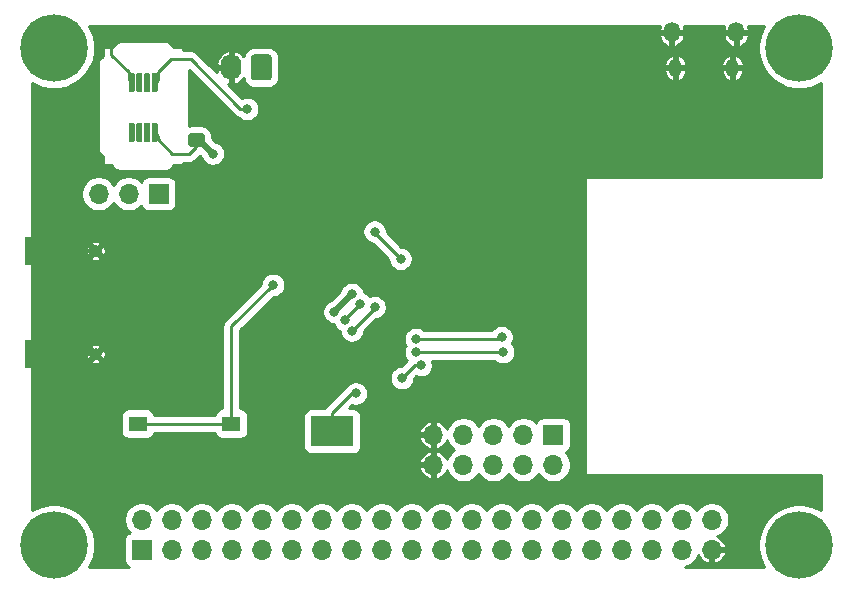
<source format=gbr>
G04 #@! TF.GenerationSoftware,KiCad,Pcbnew,5.1.5*
G04 #@! TF.CreationDate,2020-03-05T23:31:40-08:00*
G04 #@! TF.ProjectId,orangepi-neo-gps,6f72616e-6765-4706-992d-6e656f2d6770,rev?*
G04 #@! TF.SameCoordinates,Original*
G04 #@! TF.FileFunction,Copper,L1,Top*
G04 #@! TF.FilePolarity,Positive*
%FSLAX46Y46*%
G04 Gerber Fmt 4.6, Leading zero omitted, Abs format (unit mm)*
G04 Created by KiCad (PCBNEW 5.1.5) date 2020-03-05 23:31:40*
%MOMM*%
%LPD*%
G04 APERTURE LIST*
%ADD10R,3.600000X2.600000*%
%ADD11C,5.700000*%
%ADD12R,1.700000X1.700000*%
%ADD13O,1.700000X1.700000*%
%ADD14O,1.100000X1.500000*%
%ADD15O,1.350000X1.700000*%
%ADD16R,5.080000X2.420000*%
%ADD17C,0.970000*%
%ADD18R,0.950000X0.460000*%
%ADD19R,1.550000X1.300000*%
%ADD20C,0.100000*%
%ADD21O,1.740000X2.200000*%
%ADD22C,0.800000*%
%ADD23C,0.254000*%
%ADD24C,0.508000*%
G04 APERTURE END LIST*
D10*
X51500000Y-31100000D03*
X51500000Y-60400000D03*
D11*
X27950000Y-27950000D03*
X27950000Y-70050000D03*
X91062000Y-27950000D03*
X91062000Y-70050000D03*
D12*
X35375000Y-70422000D03*
D13*
X35375000Y-67882000D03*
X37915000Y-70422000D03*
X37915000Y-67882000D03*
X40455000Y-70422000D03*
X40455000Y-67882000D03*
X42995000Y-70422000D03*
X42995000Y-67882000D03*
X45535000Y-70422000D03*
X45535000Y-67882000D03*
X48075000Y-70422000D03*
X48075000Y-67882000D03*
X50615000Y-70422000D03*
X50615000Y-67882000D03*
X53155000Y-70422000D03*
X53155000Y-67882000D03*
X55695000Y-70422000D03*
X55695000Y-67882000D03*
X58235000Y-70422000D03*
X58235000Y-67882000D03*
X60775000Y-70422000D03*
X60775000Y-67882000D03*
X63315000Y-70422000D03*
X63315000Y-67882000D03*
X65855000Y-70422000D03*
X65855000Y-67882000D03*
X68395000Y-70422000D03*
X68395000Y-67882000D03*
X70935000Y-70422000D03*
X70935000Y-67882000D03*
X73475000Y-70422000D03*
X73475000Y-67882000D03*
X76015000Y-70422000D03*
X76015000Y-67882000D03*
X78555000Y-70422000D03*
X78555000Y-67882000D03*
X81095000Y-70422000D03*
X81095000Y-67882000D03*
X83635000Y-70422000D03*
X83635000Y-67882000D03*
D14*
X80555000Y-29635000D03*
X85395000Y-29635000D03*
D15*
X80245000Y-26635000D03*
X85705000Y-26635000D03*
D16*
X28030000Y-53880000D03*
X28030000Y-45120000D03*
D17*
X31470000Y-53880000D03*
X31470000Y-45120000D03*
D18*
X31020000Y-53880000D03*
X31020000Y-45120000D03*
D19*
X42975000Y-59750000D03*
X42975000Y-64250000D03*
X35025000Y-64250000D03*
X35025000Y-59750000D03*
G04 #@! TA.AperFunction,SMDPad,CuDef*
D20*
G36*
X36612252Y-30075602D02*
G01*
X36624386Y-30077402D01*
X36636286Y-30080382D01*
X36647835Y-30084515D01*
X36658925Y-30089760D01*
X36669446Y-30096066D01*
X36679299Y-30103374D01*
X36688388Y-30111612D01*
X36696626Y-30120701D01*
X36703934Y-30130554D01*
X36710240Y-30141075D01*
X36715485Y-30152165D01*
X36719618Y-30163714D01*
X36722598Y-30175614D01*
X36724398Y-30187748D01*
X36725000Y-30200000D01*
X36725000Y-31575000D01*
X36724398Y-31587252D01*
X36722598Y-31599386D01*
X36719618Y-31611286D01*
X36715485Y-31622835D01*
X36710240Y-31633925D01*
X36703934Y-31644446D01*
X36696626Y-31654299D01*
X36688388Y-31663388D01*
X36679299Y-31671626D01*
X36669446Y-31678934D01*
X36658925Y-31685240D01*
X36647835Y-31690485D01*
X36636286Y-31694618D01*
X36624386Y-31697598D01*
X36612252Y-31699398D01*
X36600000Y-31700000D01*
X36350000Y-31700000D01*
X36337748Y-31699398D01*
X36325614Y-31697598D01*
X36313714Y-31694618D01*
X36302165Y-31690485D01*
X36291075Y-31685240D01*
X36280554Y-31678934D01*
X36270701Y-31671626D01*
X36261612Y-31663388D01*
X36253374Y-31654299D01*
X36246066Y-31644446D01*
X36239760Y-31633925D01*
X36234515Y-31622835D01*
X36230382Y-31611286D01*
X36227402Y-31599386D01*
X36225602Y-31587252D01*
X36225000Y-31575000D01*
X36225000Y-30200000D01*
X36225602Y-30187748D01*
X36227402Y-30175614D01*
X36230382Y-30163714D01*
X36234515Y-30152165D01*
X36239760Y-30141075D01*
X36246066Y-30130554D01*
X36253374Y-30120701D01*
X36261612Y-30111612D01*
X36270701Y-30103374D01*
X36280554Y-30096066D01*
X36291075Y-30089760D01*
X36302165Y-30084515D01*
X36313714Y-30080382D01*
X36325614Y-30077402D01*
X36337748Y-30075602D01*
X36350000Y-30075000D01*
X36600000Y-30075000D01*
X36612252Y-30075602D01*
G37*
G04 #@! TD.AperFunction*
G04 #@! TA.AperFunction,SMDPad,CuDef*
G36*
X35962252Y-30075602D02*
G01*
X35974386Y-30077402D01*
X35986286Y-30080382D01*
X35997835Y-30084515D01*
X36008925Y-30089760D01*
X36019446Y-30096066D01*
X36029299Y-30103374D01*
X36038388Y-30111612D01*
X36046626Y-30120701D01*
X36053934Y-30130554D01*
X36060240Y-30141075D01*
X36065485Y-30152165D01*
X36069618Y-30163714D01*
X36072598Y-30175614D01*
X36074398Y-30187748D01*
X36075000Y-30200000D01*
X36075000Y-31575000D01*
X36074398Y-31587252D01*
X36072598Y-31599386D01*
X36069618Y-31611286D01*
X36065485Y-31622835D01*
X36060240Y-31633925D01*
X36053934Y-31644446D01*
X36046626Y-31654299D01*
X36038388Y-31663388D01*
X36029299Y-31671626D01*
X36019446Y-31678934D01*
X36008925Y-31685240D01*
X35997835Y-31690485D01*
X35986286Y-31694618D01*
X35974386Y-31697598D01*
X35962252Y-31699398D01*
X35950000Y-31700000D01*
X35700000Y-31700000D01*
X35687748Y-31699398D01*
X35675614Y-31697598D01*
X35663714Y-31694618D01*
X35652165Y-31690485D01*
X35641075Y-31685240D01*
X35630554Y-31678934D01*
X35620701Y-31671626D01*
X35611612Y-31663388D01*
X35603374Y-31654299D01*
X35596066Y-31644446D01*
X35589760Y-31633925D01*
X35584515Y-31622835D01*
X35580382Y-31611286D01*
X35577402Y-31599386D01*
X35575602Y-31587252D01*
X35575000Y-31575000D01*
X35575000Y-30200000D01*
X35575602Y-30187748D01*
X35577402Y-30175614D01*
X35580382Y-30163714D01*
X35584515Y-30152165D01*
X35589760Y-30141075D01*
X35596066Y-30130554D01*
X35603374Y-30120701D01*
X35611612Y-30111612D01*
X35620701Y-30103374D01*
X35630554Y-30096066D01*
X35641075Y-30089760D01*
X35652165Y-30084515D01*
X35663714Y-30080382D01*
X35675614Y-30077402D01*
X35687748Y-30075602D01*
X35700000Y-30075000D01*
X35950000Y-30075000D01*
X35962252Y-30075602D01*
G37*
G04 #@! TD.AperFunction*
G04 #@! TA.AperFunction,SMDPad,CuDef*
G36*
X35312252Y-30075602D02*
G01*
X35324386Y-30077402D01*
X35336286Y-30080382D01*
X35347835Y-30084515D01*
X35358925Y-30089760D01*
X35369446Y-30096066D01*
X35379299Y-30103374D01*
X35388388Y-30111612D01*
X35396626Y-30120701D01*
X35403934Y-30130554D01*
X35410240Y-30141075D01*
X35415485Y-30152165D01*
X35419618Y-30163714D01*
X35422598Y-30175614D01*
X35424398Y-30187748D01*
X35425000Y-30200000D01*
X35425000Y-31575000D01*
X35424398Y-31587252D01*
X35422598Y-31599386D01*
X35419618Y-31611286D01*
X35415485Y-31622835D01*
X35410240Y-31633925D01*
X35403934Y-31644446D01*
X35396626Y-31654299D01*
X35388388Y-31663388D01*
X35379299Y-31671626D01*
X35369446Y-31678934D01*
X35358925Y-31685240D01*
X35347835Y-31690485D01*
X35336286Y-31694618D01*
X35324386Y-31697598D01*
X35312252Y-31699398D01*
X35300000Y-31700000D01*
X35050000Y-31700000D01*
X35037748Y-31699398D01*
X35025614Y-31697598D01*
X35013714Y-31694618D01*
X35002165Y-31690485D01*
X34991075Y-31685240D01*
X34980554Y-31678934D01*
X34970701Y-31671626D01*
X34961612Y-31663388D01*
X34953374Y-31654299D01*
X34946066Y-31644446D01*
X34939760Y-31633925D01*
X34934515Y-31622835D01*
X34930382Y-31611286D01*
X34927402Y-31599386D01*
X34925602Y-31587252D01*
X34925000Y-31575000D01*
X34925000Y-30200000D01*
X34925602Y-30187748D01*
X34927402Y-30175614D01*
X34930382Y-30163714D01*
X34934515Y-30152165D01*
X34939760Y-30141075D01*
X34946066Y-30130554D01*
X34953374Y-30120701D01*
X34961612Y-30111612D01*
X34970701Y-30103374D01*
X34980554Y-30096066D01*
X34991075Y-30089760D01*
X35002165Y-30084515D01*
X35013714Y-30080382D01*
X35025614Y-30077402D01*
X35037748Y-30075602D01*
X35050000Y-30075000D01*
X35300000Y-30075000D01*
X35312252Y-30075602D01*
G37*
G04 #@! TD.AperFunction*
G04 #@! TA.AperFunction,SMDPad,CuDef*
G36*
X34662252Y-30075602D02*
G01*
X34674386Y-30077402D01*
X34686286Y-30080382D01*
X34697835Y-30084515D01*
X34708925Y-30089760D01*
X34719446Y-30096066D01*
X34729299Y-30103374D01*
X34738388Y-30111612D01*
X34746626Y-30120701D01*
X34753934Y-30130554D01*
X34760240Y-30141075D01*
X34765485Y-30152165D01*
X34769618Y-30163714D01*
X34772598Y-30175614D01*
X34774398Y-30187748D01*
X34775000Y-30200000D01*
X34775000Y-31575000D01*
X34774398Y-31587252D01*
X34772598Y-31599386D01*
X34769618Y-31611286D01*
X34765485Y-31622835D01*
X34760240Y-31633925D01*
X34753934Y-31644446D01*
X34746626Y-31654299D01*
X34738388Y-31663388D01*
X34729299Y-31671626D01*
X34719446Y-31678934D01*
X34708925Y-31685240D01*
X34697835Y-31690485D01*
X34686286Y-31694618D01*
X34674386Y-31697598D01*
X34662252Y-31699398D01*
X34650000Y-31700000D01*
X34400000Y-31700000D01*
X34387748Y-31699398D01*
X34375614Y-31697598D01*
X34363714Y-31694618D01*
X34352165Y-31690485D01*
X34341075Y-31685240D01*
X34330554Y-31678934D01*
X34320701Y-31671626D01*
X34311612Y-31663388D01*
X34303374Y-31654299D01*
X34296066Y-31644446D01*
X34289760Y-31633925D01*
X34284515Y-31622835D01*
X34280382Y-31611286D01*
X34277402Y-31599386D01*
X34275602Y-31587252D01*
X34275000Y-31575000D01*
X34275000Y-30200000D01*
X34275602Y-30187748D01*
X34277402Y-30175614D01*
X34280382Y-30163714D01*
X34284515Y-30152165D01*
X34289760Y-30141075D01*
X34296066Y-30130554D01*
X34303374Y-30120701D01*
X34311612Y-30111612D01*
X34320701Y-30103374D01*
X34330554Y-30096066D01*
X34341075Y-30089760D01*
X34352165Y-30084515D01*
X34363714Y-30080382D01*
X34375614Y-30077402D01*
X34387748Y-30075602D01*
X34400000Y-30075000D01*
X34650000Y-30075000D01*
X34662252Y-30075602D01*
G37*
G04 #@! TD.AperFunction*
G04 #@! TA.AperFunction,SMDPad,CuDef*
G36*
X34662252Y-34300602D02*
G01*
X34674386Y-34302402D01*
X34686286Y-34305382D01*
X34697835Y-34309515D01*
X34708925Y-34314760D01*
X34719446Y-34321066D01*
X34729299Y-34328374D01*
X34738388Y-34336612D01*
X34746626Y-34345701D01*
X34753934Y-34355554D01*
X34760240Y-34366075D01*
X34765485Y-34377165D01*
X34769618Y-34388714D01*
X34772598Y-34400614D01*
X34774398Y-34412748D01*
X34775000Y-34425000D01*
X34775000Y-35800000D01*
X34774398Y-35812252D01*
X34772598Y-35824386D01*
X34769618Y-35836286D01*
X34765485Y-35847835D01*
X34760240Y-35858925D01*
X34753934Y-35869446D01*
X34746626Y-35879299D01*
X34738388Y-35888388D01*
X34729299Y-35896626D01*
X34719446Y-35903934D01*
X34708925Y-35910240D01*
X34697835Y-35915485D01*
X34686286Y-35919618D01*
X34674386Y-35922598D01*
X34662252Y-35924398D01*
X34650000Y-35925000D01*
X34400000Y-35925000D01*
X34387748Y-35924398D01*
X34375614Y-35922598D01*
X34363714Y-35919618D01*
X34352165Y-35915485D01*
X34341075Y-35910240D01*
X34330554Y-35903934D01*
X34320701Y-35896626D01*
X34311612Y-35888388D01*
X34303374Y-35879299D01*
X34296066Y-35869446D01*
X34289760Y-35858925D01*
X34284515Y-35847835D01*
X34280382Y-35836286D01*
X34277402Y-35824386D01*
X34275602Y-35812252D01*
X34275000Y-35800000D01*
X34275000Y-34425000D01*
X34275602Y-34412748D01*
X34277402Y-34400614D01*
X34280382Y-34388714D01*
X34284515Y-34377165D01*
X34289760Y-34366075D01*
X34296066Y-34355554D01*
X34303374Y-34345701D01*
X34311612Y-34336612D01*
X34320701Y-34328374D01*
X34330554Y-34321066D01*
X34341075Y-34314760D01*
X34352165Y-34309515D01*
X34363714Y-34305382D01*
X34375614Y-34302402D01*
X34387748Y-34300602D01*
X34400000Y-34300000D01*
X34650000Y-34300000D01*
X34662252Y-34300602D01*
G37*
G04 #@! TD.AperFunction*
G04 #@! TA.AperFunction,SMDPad,CuDef*
G36*
X35312252Y-34300602D02*
G01*
X35324386Y-34302402D01*
X35336286Y-34305382D01*
X35347835Y-34309515D01*
X35358925Y-34314760D01*
X35369446Y-34321066D01*
X35379299Y-34328374D01*
X35388388Y-34336612D01*
X35396626Y-34345701D01*
X35403934Y-34355554D01*
X35410240Y-34366075D01*
X35415485Y-34377165D01*
X35419618Y-34388714D01*
X35422598Y-34400614D01*
X35424398Y-34412748D01*
X35425000Y-34425000D01*
X35425000Y-35800000D01*
X35424398Y-35812252D01*
X35422598Y-35824386D01*
X35419618Y-35836286D01*
X35415485Y-35847835D01*
X35410240Y-35858925D01*
X35403934Y-35869446D01*
X35396626Y-35879299D01*
X35388388Y-35888388D01*
X35379299Y-35896626D01*
X35369446Y-35903934D01*
X35358925Y-35910240D01*
X35347835Y-35915485D01*
X35336286Y-35919618D01*
X35324386Y-35922598D01*
X35312252Y-35924398D01*
X35300000Y-35925000D01*
X35050000Y-35925000D01*
X35037748Y-35924398D01*
X35025614Y-35922598D01*
X35013714Y-35919618D01*
X35002165Y-35915485D01*
X34991075Y-35910240D01*
X34980554Y-35903934D01*
X34970701Y-35896626D01*
X34961612Y-35888388D01*
X34953374Y-35879299D01*
X34946066Y-35869446D01*
X34939760Y-35858925D01*
X34934515Y-35847835D01*
X34930382Y-35836286D01*
X34927402Y-35824386D01*
X34925602Y-35812252D01*
X34925000Y-35800000D01*
X34925000Y-34425000D01*
X34925602Y-34412748D01*
X34927402Y-34400614D01*
X34930382Y-34388714D01*
X34934515Y-34377165D01*
X34939760Y-34366075D01*
X34946066Y-34355554D01*
X34953374Y-34345701D01*
X34961612Y-34336612D01*
X34970701Y-34328374D01*
X34980554Y-34321066D01*
X34991075Y-34314760D01*
X35002165Y-34309515D01*
X35013714Y-34305382D01*
X35025614Y-34302402D01*
X35037748Y-34300602D01*
X35050000Y-34300000D01*
X35300000Y-34300000D01*
X35312252Y-34300602D01*
G37*
G04 #@! TD.AperFunction*
G04 #@! TA.AperFunction,SMDPad,CuDef*
G36*
X35962252Y-34300602D02*
G01*
X35974386Y-34302402D01*
X35986286Y-34305382D01*
X35997835Y-34309515D01*
X36008925Y-34314760D01*
X36019446Y-34321066D01*
X36029299Y-34328374D01*
X36038388Y-34336612D01*
X36046626Y-34345701D01*
X36053934Y-34355554D01*
X36060240Y-34366075D01*
X36065485Y-34377165D01*
X36069618Y-34388714D01*
X36072598Y-34400614D01*
X36074398Y-34412748D01*
X36075000Y-34425000D01*
X36075000Y-35800000D01*
X36074398Y-35812252D01*
X36072598Y-35824386D01*
X36069618Y-35836286D01*
X36065485Y-35847835D01*
X36060240Y-35858925D01*
X36053934Y-35869446D01*
X36046626Y-35879299D01*
X36038388Y-35888388D01*
X36029299Y-35896626D01*
X36019446Y-35903934D01*
X36008925Y-35910240D01*
X35997835Y-35915485D01*
X35986286Y-35919618D01*
X35974386Y-35922598D01*
X35962252Y-35924398D01*
X35950000Y-35925000D01*
X35700000Y-35925000D01*
X35687748Y-35924398D01*
X35675614Y-35922598D01*
X35663714Y-35919618D01*
X35652165Y-35915485D01*
X35641075Y-35910240D01*
X35630554Y-35903934D01*
X35620701Y-35896626D01*
X35611612Y-35888388D01*
X35603374Y-35879299D01*
X35596066Y-35869446D01*
X35589760Y-35858925D01*
X35584515Y-35847835D01*
X35580382Y-35836286D01*
X35577402Y-35824386D01*
X35575602Y-35812252D01*
X35575000Y-35800000D01*
X35575000Y-34425000D01*
X35575602Y-34412748D01*
X35577402Y-34400614D01*
X35580382Y-34388714D01*
X35584515Y-34377165D01*
X35589760Y-34366075D01*
X35596066Y-34355554D01*
X35603374Y-34345701D01*
X35611612Y-34336612D01*
X35620701Y-34328374D01*
X35630554Y-34321066D01*
X35641075Y-34314760D01*
X35652165Y-34309515D01*
X35663714Y-34305382D01*
X35675614Y-34302402D01*
X35687748Y-34300602D01*
X35700000Y-34300000D01*
X35950000Y-34300000D01*
X35962252Y-34300602D01*
G37*
G04 #@! TD.AperFunction*
G04 #@! TA.AperFunction,SMDPad,CuDef*
G36*
X36612252Y-34300602D02*
G01*
X36624386Y-34302402D01*
X36636286Y-34305382D01*
X36647835Y-34309515D01*
X36658925Y-34314760D01*
X36669446Y-34321066D01*
X36679299Y-34328374D01*
X36688388Y-34336612D01*
X36696626Y-34345701D01*
X36703934Y-34355554D01*
X36710240Y-34366075D01*
X36715485Y-34377165D01*
X36719618Y-34388714D01*
X36722598Y-34400614D01*
X36724398Y-34412748D01*
X36725000Y-34425000D01*
X36725000Y-35800000D01*
X36724398Y-35812252D01*
X36722598Y-35824386D01*
X36719618Y-35836286D01*
X36715485Y-35847835D01*
X36710240Y-35858925D01*
X36703934Y-35869446D01*
X36696626Y-35879299D01*
X36688388Y-35888388D01*
X36679299Y-35896626D01*
X36669446Y-35903934D01*
X36658925Y-35910240D01*
X36647835Y-35915485D01*
X36636286Y-35919618D01*
X36624386Y-35922598D01*
X36612252Y-35924398D01*
X36600000Y-35925000D01*
X36350000Y-35925000D01*
X36337748Y-35924398D01*
X36325614Y-35922598D01*
X36313714Y-35919618D01*
X36302165Y-35915485D01*
X36291075Y-35910240D01*
X36280554Y-35903934D01*
X36270701Y-35896626D01*
X36261612Y-35888388D01*
X36253374Y-35879299D01*
X36246066Y-35869446D01*
X36239760Y-35858925D01*
X36234515Y-35847835D01*
X36230382Y-35836286D01*
X36227402Y-35824386D01*
X36225602Y-35812252D01*
X36225000Y-35800000D01*
X36225000Y-34425000D01*
X36225602Y-34412748D01*
X36227402Y-34400614D01*
X36230382Y-34388714D01*
X36234515Y-34377165D01*
X36239760Y-34366075D01*
X36246066Y-34355554D01*
X36253374Y-34345701D01*
X36261612Y-34336612D01*
X36270701Y-34328374D01*
X36280554Y-34321066D01*
X36291075Y-34314760D01*
X36302165Y-34309515D01*
X36313714Y-34305382D01*
X36325614Y-34302402D01*
X36337748Y-34300602D01*
X36350000Y-34300000D01*
X36600000Y-34300000D01*
X36612252Y-34300602D01*
G37*
G04 #@! TD.AperFunction*
G04 #@! TA.AperFunction,SMDPad,CuDef*
G36*
X40474505Y-35151204D02*
G01*
X40498773Y-35154804D01*
X40522572Y-35160765D01*
X40545671Y-35169030D01*
X40567850Y-35179520D01*
X40588893Y-35192132D01*
X40608599Y-35206747D01*
X40626777Y-35223223D01*
X40643253Y-35241401D01*
X40657868Y-35261107D01*
X40670480Y-35282150D01*
X40680970Y-35304329D01*
X40689235Y-35327428D01*
X40695196Y-35351227D01*
X40698796Y-35375495D01*
X40700000Y-35399999D01*
X40700000Y-36050001D01*
X40698796Y-36074505D01*
X40695196Y-36098773D01*
X40689235Y-36122572D01*
X40680970Y-36145671D01*
X40670480Y-36167850D01*
X40657868Y-36188893D01*
X40643253Y-36208599D01*
X40626777Y-36226777D01*
X40608599Y-36243253D01*
X40588893Y-36257868D01*
X40567850Y-36270480D01*
X40545671Y-36280970D01*
X40522572Y-36289235D01*
X40498773Y-36295196D01*
X40474505Y-36298796D01*
X40450001Y-36300000D01*
X39549999Y-36300000D01*
X39525495Y-36298796D01*
X39501227Y-36295196D01*
X39477428Y-36289235D01*
X39454329Y-36280970D01*
X39432150Y-36270480D01*
X39411107Y-36257868D01*
X39391401Y-36243253D01*
X39373223Y-36226777D01*
X39356747Y-36208599D01*
X39342132Y-36188893D01*
X39329520Y-36167850D01*
X39319030Y-36145671D01*
X39310765Y-36122572D01*
X39304804Y-36098773D01*
X39301204Y-36074505D01*
X39300000Y-36050001D01*
X39300000Y-35399999D01*
X39301204Y-35375495D01*
X39304804Y-35351227D01*
X39310765Y-35327428D01*
X39319030Y-35304329D01*
X39329520Y-35282150D01*
X39342132Y-35261107D01*
X39356747Y-35241401D01*
X39373223Y-35223223D01*
X39391401Y-35206747D01*
X39411107Y-35192132D01*
X39432150Y-35179520D01*
X39454329Y-35169030D01*
X39477428Y-35160765D01*
X39501227Y-35154804D01*
X39525495Y-35151204D01*
X39549999Y-35150000D01*
X40450001Y-35150000D01*
X40474505Y-35151204D01*
G37*
G04 #@! TD.AperFunction*
G04 #@! TA.AperFunction,SMDPad,CuDef*
G36*
X40474505Y-33101204D02*
G01*
X40498773Y-33104804D01*
X40522572Y-33110765D01*
X40545671Y-33119030D01*
X40567850Y-33129520D01*
X40588893Y-33142132D01*
X40608599Y-33156747D01*
X40626777Y-33173223D01*
X40643253Y-33191401D01*
X40657868Y-33211107D01*
X40670480Y-33232150D01*
X40680970Y-33254329D01*
X40689235Y-33277428D01*
X40695196Y-33301227D01*
X40698796Y-33325495D01*
X40700000Y-33349999D01*
X40700000Y-34000001D01*
X40698796Y-34024505D01*
X40695196Y-34048773D01*
X40689235Y-34072572D01*
X40680970Y-34095671D01*
X40670480Y-34117850D01*
X40657868Y-34138893D01*
X40643253Y-34158599D01*
X40626777Y-34176777D01*
X40608599Y-34193253D01*
X40588893Y-34207868D01*
X40567850Y-34220480D01*
X40545671Y-34230970D01*
X40522572Y-34239235D01*
X40498773Y-34245196D01*
X40474505Y-34248796D01*
X40450001Y-34250000D01*
X39549999Y-34250000D01*
X39525495Y-34248796D01*
X39501227Y-34245196D01*
X39477428Y-34239235D01*
X39454329Y-34230970D01*
X39432150Y-34220480D01*
X39411107Y-34207868D01*
X39391401Y-34193253D01*
X39373223Y-34176777D01*
X39356747Y-34158599D01*
X39342132Y-34138893D01*
X39329520Y-34117850D01*
X39319030Y-34095671D01*
X39310765Y-34072572D01*
X39304804Y-34048773D01*
X39301204Y-34024505D01*
X39300000Y-34000001D01*
X39300000Y-33349999D01*
X39301204Y-33325495D01*
X39304804Y-33301227D01*
X39310765Y-33277428D01*
X39319030Y-33254329D01*
X39329520Y-33232150D01*
X39342132Y-33211107D01*
X39356747Y-33191401D01*
X39373223Y-33173223D01*
X39391401Y-33156747D01*
X39411107Y-33142132D01*
X39432150Y-33129520D01*
X39454329Y-33119030D01*
X39477428Y-33110765D01*
X39501227Y-33104804D01*
X39525495Y-33101204D01*
X39549999Y-33100000D01*
X40450001Y-33100000D01*
X40474505Y-33101204D01*
G37*
G04 #@! TD.AperFunction*
D12*
X36800000Y-40300000D03*
D13*
X34260000Y-40300000D03*
X31720000Y-40300000D03*
G04 #@! TA.AperFunction,ComponentPad*
D20*
G36*
X46144505Y-28501204D02*
G01*
X46168773Y-28504804D01*
X46192572Y-28510765D01*
X46215671Y-28519030D01*
X46237850Y-28529520D01*
X46258893Y-28542132D01*
X46278599Y-28556747D01*
X46296777Y-28573223D01*
X46313253Y-28591401D01*
X46327868Y-28611107D01*
X46340480Y-28632150D01*
X46350970Y-28654329D01*
X46359235Y-28677428D01*
X46365196Y-28701227D01*
X46368796Y-28725495D01*
X46370000Y-28749999D01*
X46370000Y-30450001D01*
X46368796Y-30474505D01*
X46365196Y-30498773D01*
X46359235Y-30522572D01*
X46350970Y-30545671D01*
X46340480Y-30567850D01*
X46327868Y-30588893D01*
X46313253Y-30608599D01*
X46296777Y-30626777D01*
X46278599Y-30643253D01*
X46258893Y-30657868D01*
X46237850Y-30670480D01*
X46215671Y-30680970D01*
X46192572Y-30689235D01*
X46168773Y-30695196D01*
X46144505Y-30698796D01*
X46120001Y-30700000D01*
X44879999Y-30700000D01*
X44855495Y-30698796D01*
X44831227Y-30695196D01*
X44807428Y-30689235D01*
X44784329Y-30680970D01*
X44762150Y-30670480D01*
X44741107Y-30657868D01*
X44721401Y-30643253D01*
X44703223Y-30626777D01*
X44686747Y-30608599D01*
X44672132Y-30588893D01*
X44659520Y-30567850D01*
X44649030Y-30545671D01*
X44640765Y-30522572D01*
X44634804Y-30498773D01*
X44631204Y-30474505D01*
X44630000Y-30450001D01*
X44630000Y-28749999D01*
X44631204Y-28725495D01*
X44634804Y-28701227D01*
X44640765Y-28677428D01*
X44649030Y-28654329D01*
X44659520Y-28632150D01*
X44672132Y-28611107D01*
X44686747Y-28591401D01*
X44703223Y-28573223D01*
X44721401Y-28556747D01*
X44741107Y-28542132D01*
X44762150Y-28529520D01*
X44784329Y-28519030D01*
X44807428Y-28510765D01*
X44831227Y-28504804D01*
X44855495Y-28501204D01*
X44879999Y-28500000D01*
X46120001Y-28500000D01*
X46144505Y-28501204D01*
G37*
G04 #@! TD.AperFunction*
D21*
X42960000Y-29600000D03*
D12*
X70240000Y-60700000D03*
D13*
X70240000Y-63240000D03*
X67700000Y-60700000D03*
X67700000Y-63240000D03*
X65160000Y-60700000D03*
X65160000Y-63240000D03*
X62620000Y-60700000D03*
X62620000Y-63240000D03*
X60080000Y-60700000D03*
X60080000Y-63240000D03*
D22*
X69100000Y-34800000D03*
X31250000Y-50500000D03*
X32250000Y-50500000D03*
X33250000Y-50500000D03*
X34250000Y-50750000D03*
X35250000Y-50500000D03*
X36250000Y-50500000D03*
X37250000Y-50500000D03*
X38250000Y-50500000D03*
X39250000Y-50500000D03*
X40250000Y-50500000D03*
X41000000Y-50000000D03*
X41750000Y-49250000D03*
X42500000Y-48500000D03*
X43250000Y-47750000D03*
X44000000Y-47000000D03*
X44750000Y-46250000D03*
X45500000Y-45500000D03*
X31250000Y-48500000D03*
X32250000Y-48500000D03*
X35750000Y-48500000D03*
X36750000Y-48500000D03*
X37750000Y-48500000D03*
X38750000Y-48500000D03*
X39750000Y-48250000D03*
X40500000Y-47500000D03*
X41250000Y-46750000D03*
X42000000Y-46000000D03*
X42750000Y-45250000D03*
X43500000Y-44500000D03*
X44250000Y-43750000D03*
X45000000Y-43250000D03*
X46300000Y-45100000D03*
X47200000Y-45100000D03*
X45900000Y-43100000D03*
X46800000Y-43100000D03*
X47700000Y-43100000D03*
X63400000Y-57700000D03*
X67600000Y-31200000D03*
X65300000Y-30900000D03*
X32900000Y-47800000D03*
X32900000Y-46900000D03*
X32900000Y-46000000D03*
X35600000Y-47700000D03*
X59000000Y-54800000D03*
X57400000Y-55900000D03*
X53500000Y-57200000D03*
X58600000Y-52600000D03*
X65844922Y-52423682D03*
X58600000Y-53700000D03*
X65981010Y-53711108D03*
X57300000Y-45800000D03*
X55100000Y-43500000D03*
X44300000Y-33100000D03*
X41400000Y-36900000D03*
X53900000Y-49600000D03*
X52594093Y-50990900D03*
X53164212Y-51877413D03*
X55102475Y-49900002D03*
X53178628Y-48788127D03*
X51700000Y-50300000D03*
X46500000Y-48000000D03*
D23*
X42114000Y-27300000D02*
X42960000Y-28146000D01*
X34275000Y-30637500D02*
X34275000Y-29999184D01*
X34525000Y-30887500D02*
X34275000Y-30637500D01*
X34275000Y-29999184D02*
X32800000Y-28524184D01*
X42960000Y-28146000D02*
X42960000Y-29500000D01*
X32800000Y-28524184D02*
X32800000Y-27600000D01*
X32800000Y-27600000D02*
X33100000Y-27300000D01*
X33100000Y-27300000D02*
X42114000Y-27300000D01*
X59000000Y-54800000D02*
X58500000Y-54800000D01*
X58500000Y-54800000D02*
X57400000Y-55900000D01*
X51500000Y-60400000D02*
X51500000Y-58846000D01*
X53146000Y-57200000D02*
X53500000Y-57200000D01*
X51500000Y-58846000D02*
X53146000Y-57200000D01*
X65668604Y-52600000D02*
X65844922Y-52423682D01*
X58600000Y-52600000D02*
X65668604Y-52600000D01*
X65969902Y-53700000D02*
X65981010Y-53711108D01*
X58600000Y-53700000D02*
X65969902Y-53700000D01*
X57300000Y-45800000D02*
X55100000Y-43600000D01*
X55100000Y-43600000D02*
X55100000Y-43500000D01*
X36725000Y-30637500D02*
X36475000Y-30887500D01*
X36725000Y-30000816D02*
X36725000Y-30637500D01*
X37831826Y-28893990D02*
X36725000Y-30000816D01*
X44300000Y-33100000D02*
X43734315Y-33100000D01*
X39528305Y-28893990D02*
X37831826Y-28893990D01*
X43734315Y-33100000D02*
X39528305Y-28893990D01*
X36475000Y-35112500D02*
X36725000Y-35362500D01*
X36725000Y-35699184D02*
X37925816Y-36900000D01*
X36725000Y-35362500D02*
X36725000Y-35699184D01*
X40000000Y-36300000D02*
X40000000Y-35725000D01*
X37925816Y-36900000D02*
X39400000Y-36900000D01*
X39400000Y-36900000D02*
X40000000Y-36300000D01*
D24*
X40225000Y-35725000D02*
X41400000Y-36900000D01*
X40000000Y-35725000D02*
X40225000Y-35725000D01*
D23*
X52594093Y-50905907D02*
X52594093Y-50990900D01*
X53900000Y-49600000D02*
X52594093Y-50905907D01*
X55102475Y-49939150D02*
X55102475Y-49900002D01*
X53164212Y-51877413D02*
X55102475Y-49939150D01*
D24*
X53178628Y-48788127D02*
X51700000Y-50266755D01*
X51700000Y-50266755D02*
X51700000Y-50300000D01*
D23*
X36054000Y-59750000D02*
X42975000Y-59750000D01*
X35025000Y-59750000D02*
X36054000Y-59750000D01*
X42975000Y-59750000D02*
X42975000Y-51525000D01*
X42975000Y-51525000D02*
X46500000Y-48000000D01*
G36*
X79234955Y-26138537D02*
G01*
X79191648Y-26341764D01*
X79281370Y-26508000D01*
X80118000Y-26508000D01*
X80118000Y-26488000D01*
X80372000Y-26488000D01*
X80372000Y-26508000D01*
X81208630Y-26508000D01*
X81298352Y-26341764D01*
X81255045Y-26138537D01*
X81250081Y-26127000D01*
X84699919Y-26127000D01*
X84694955Y-26138537D01*
X84651648Y-26341764D01*
X84741370Y-26508000D01*
X85578000Y-26508000D01*
X85578000Y-26488000D01*
X85832000Y-26488000D01*
X85832000Y-26508000D01*
X86668630Y-26508000D01*
X86758352Y-26341764D01*
X86715045Y-26138537D01*
X86710081Y-26127000D01*
X88088716Y-26127000D01*
X87973633Y-26299234D01*
X87710927Y-26933463D01*
X87577000Y-27606758D01*
X87577000Y-28293242D01*
X87710927Y-28966537D01*
X87973633Y-29600766D01*
X88355024Y-30171558D01*
X88840442Y-30656976D01*
X89411234Y-31038367D01*
X90045463Y-31301073D01*
X90718758Y-31435000D01*
X91405242Y-31435000D01*
X92078537Y-31301073D01*
X92712766Y-31038367D01*
X92873000Y-30931302D01*
X92873000Y-38873000D01*
X73000000Y-38873000D01*
X72975224Y-38875440D01*
X72951399Y-38882667D01*
X72929443Y-38894403D01*
X72910197Y-38910197D01*
X72894403Y-38929443D01*
X72882667Y-38951399D01*
X72875440Y-38975224D01*
X72873000Y-39000000D01*
X72873000Y-64000000D01*
X72875440Y-64024776D01*
X72882667Y-64048601D01*
X72894403Y-64070557D01*
X72910197Y-64089803D01*
X72929443Y-64105597D01*
X72951399Y-64117333D01*
X72975224Y-64124560D01*
X73000000Y-64127000D01*
X92873000Y-64127000D01*
X92873000Y-67068698D01*
X92712766Y-66961633D01*
X92078537Y-66698927D01*
X91405242Y-66565000D01*
X90718758Y-66565000D01*
X90045463Y-66698927D01*
X89411234Y-66961633D01*
X88840442Y-67343024D01*
X88355024Y-67828442D01*
X87973633Y-68399234D01*
X87710927Y-69033463D01*
X87577000Y-69706758D01*
X87577000Y-70393242D01*
X87710927Y-71066537D01*
X87973633Y-71700766D01*
X88088716Y-71873000D01*
X81412188Y-71873000D01*
X81528158Y-71849932D01*
X81798411Y-71737990D01*
X82041632Y-71575475D01*
X82248475Y-71368632D01*
X82410990Y-71125411D01*
X82505145Y-70898100D01*
X82530201Y-70964949D01*
X82657353Y-71170052D01*
X82822076Y-71346408D01*
X83018039Y-71487239D01*
X83237712Y-71587134D01*
X83318020Y-71611489D01*
X83508000Y-71550627D01*
X83508000Y-70549000D01*
X83762000Y-70549000D01*
X83762000Y-71550627D01*
X83951980Y-71611489D01*
X84032288Y-71587134D01*
X84251961Y-71487239D01*
X84447924Y-71346408D01*
X84612647Y-71170052D01*
X84739799Y-70964949D01*
X84824495Y-70738981D01*
X84764187Y-70549000D01*
X83762000Y-70549000D01*
X83508000Y-70549000D01*
X83488000Y-70549000D01*
X83488000Y-70295000D01*
X83508000Y-70295000D01*
X83508000Y-70275000D01*
X83762000Y-70275000D01*
X83762000Y-70295000D01*
X84764187Y-70295000D01*
X84824495Y-70105019D01*
X84739799Y-69879051D01*
X84612647Y-69673948D01*
X84447924Y-69497592D01*
X84251961Y-69356761D01*
X84110455Y-69292412D01*
X84338411Y-69197990D01*
X84581632Y-69035475D01*
X84788475Y-68828632D01*
X84950990Y-68585411D01*
X85062932Y-68315158D01*
X85120000Y-68028260D01*
X85120000Y-67735740D01*
X85062932Y-67448842D01*
X84950990Y-67178589D01*
X84788475Y-66935368D01*
X84581632Y-66728525D01*
X84338411Y-66566010D01*
X84068158Y-66454068D01*
X83781260Y-66397000D01*
X83488740Y-66397000D01*
X83201842Y-66454068D01*
X82931589Y-66566010D01*
X82688368Y-66728525D01*
X82481525Y-66935368D01*
X82365000Y-67109760D01*
X82248475Y-66935368D01*
X82041632Y-66728525D01*
X81798411Y-66566010D01*
X81528158Y-66454068D01*
X81241260Y-66397000D01*
X80948740Y-66397000D01*
X80661842Y-66454068D01*
X80391589Y-66566010D01*
X80148368Y-66728525D01*
X79941525Y-66935368D01*
X79825000Y-67109760D01*
X79708475Y-66935368D01*
X79501632Y-66728525D01*
X79258411Y-66566010D01*
X78988158Y-66454068D01*
X78701260Y-66397000D01*
X78408740Y-66397000D01*
X78121842Y-66454068D01*
X77851589Y-66566010D01*
X77608368Y-66728525D01*
X77401525Y-66935368D01*
X77285000Y-67109760D01*
X77168475Y-66935368D01*
X76961632Y-66728525D01*
X76718411Y-66566010D01*
X76448158Y-66454068D01*
X76161260Y-66397000D01*
X75868740Y-66397000D01*
X75581842Y-66454068D01*
X75311589Y-66566010D01*
X75068368Y-66728525D01*
X74861525Y-66935368D01*
X74745000Y-67109760D01*
X74628475Y-66935368D01*
X74421632Y-66728525D01*
X74178411Y-66566010D01*
X73908158Y-66454068D01*
X73621260Y-66397000D01*
X73328740Y-66397000D01*
X73041842Y-66454068D01*
X72771589Y-66566010D01*
X72528368Y-66728525D01*
X72321525Y-66935368D01*
X72205000Y-67109760D01*
X72088475Y-66935368D01*
X71881632Y-66728525D01*
X71638411Y-66566010D01*
X71368158Y-66454068D01*
X71081260Y-66397000D01*
X70788740Y-66397000D01*
X70501842Y-66454068D01*
X70231589Y-66566010D01*
X69988368Y-66728525D01*
X69781525Y-66935368D01*
X69665000Y-67109760D01*
X69548475Y-66935368D01*
X69341632Y-66728525D01*
X69098411Y-66566010D01*
X68828158Y-66454068D01*
X68541260Y-66397000D01*
X68248740Y-66397000D01*
X67961842Y-66454068D01*
X67691589Y-66566010D01*
X67448368Y-66728525D01*
X67241525Y-66935368D01*
X67125000Y-67109760D01*
X67008475Y-66935368D01*
X66801632Y-66728525D01*
X66558411Y-66566010D01*
X66288158Y-66454068D01*
X66001260Y-66397000D01*
X65708740Y-66397000D01*
X65421842Y-66454068D01*
X65151589Y-66566010D01*
X64908368Y-66728525D01*
X64701525Y-66935368D01*
X64585000Y-67109760D01*
X64468475Y-66935368D01*
X64261632Y-66728525D01*
X64018411Y-66566010D01*
X63748158Y-66454068D01*
X63461260Y-66397000D01*
X63168740Y-66397000D01*
X62881842Y-66454068D01*
X62611589Y-66566010D01*
X62368368Y-66728525D01*
X62161525Y-66935368D01*
X62045000Y-67109760D01*
X61928475Y-66935368D01*
X61721632Y-66728525D01*
X61478411Y-66566010D01*
X61208158Y-66454068D01*
X60921260Y-66397000D01*
X60628740Y-66397000D01*
X60341842Y-66454068D01*
X60071589Y-66566010D01*
X59828368Y-66728525D01*
X59621525Y-66935368D01*
X59505000Y-67109760D01*
X59388475Y-66935368D01*
X59181632Y-66728525D01*
X58938411Y-66566010D01*
X58668158Y-66454068D01*
X58381260Y-66397000D01*
X58088740Y-66397000D01*
X57801842Y-66454068D01*
X57531589Y-66566010D01*
X57288368Y-66728525D01*
X57081525Y-66935368D01*
X56965000Y-67109760D01*
X56848475Y-66935368D01*
X56641632Y-66728525D01*
X56398411Y-66566010D01*
X56128158Y-66454068D01*
X55841260Y-66397000D01*
X55548740Y-66397000D01*
X55261842Y-66454068D01*
X54991589Y-66566010D01*
X54748368Y-66728525D01*
X54541525Y-66935368D01*
X54425000Y-67109760D01*
X54308475Y-66935368D01*
X54101632Y-66728525D01*
X53858411Y-66566010D01*
X53588158Y-66454068D01*
X53301260Y-66397000D01*
X53008740Y-66397000D01*
X52721842Y-66454068D01*
X52451589Y-66566010D01*
X52208368Y-66728525D01*
X52001525Y-66935368D01*
X51885000Y-67109760D01*
X51768475Y-66935368D01*
X51561632Y-66728525D01*
X51318411Y-66566010D01*
X51048158Y-66454068D01*
X50761260Y-66397000D01*
X50468740Y-66397000D01*
X50181842Y-66454068D01*
X49911589Y-66566010D01*
X49668368Y-66728525D01*
X49461525Y-66935368D01*
X49345000Y-67109760D01*
X49228475Y-66935368D01*
X49021632Y-66728525D01*
X48778411Y-66566010D01*
X48508158Y-66454068D01*
X48221260Y-66397000D01*
X47928740Y-66397000D01*
X47641842Y-66454068D01*
X47371589Y-66566010D01*
X47128368Y-66728525D01*
X46921525Y-66935368D01*
X46805000Y-67109760D01*
X46688475Y-66935368D01*
X46481632Y-66728525D01*
X46238411Y-66566010D01*
X45968158Y-66454068D01*
X45681260Y-66397000D01*
X45388740Y-66397000D01*
X45101842Y-66454068D01*
X44831589Y-66566010D01*
X44588368Y-66728525D01*
X44381525Y-66935368D01*
X44265000Y-67109760D01*
X44148475Y-66935368D01*
X43941632Y-66728525D01*
X43698411Y-66566010D01*
X43428158Y-66454068D01*
X43141260Y-66397000D01*
X42848740Y-66397000D01*
X42561842Y-66454068D01*
X42291589Y-66566010D01*
X42048368Y-66728525D01*
X41841525Y-66935368D01*
X41725000Y-67109760D01*
X41608475Y-66935368D01*
X41401632Y-66728525D01*
X41158411Y-66566010D01*
X40888158Y-66454068D01*
X40601260Y-66397000D01*
X40308740Y-66397000D01*
X40021842Y-66454068D01*
X39751589Y-66566010D01*
X39508368Y-66728525D01*
X39301525Y-66935368D01*
X39185000Y-67109760D01*
X39068475Y-66935368D01*
X38861632Y-66728525D01*
X38618411Y-66566010D01*
X38348158Y-66454068D01*
X38061260Y-66397000D01*
X37768740Y-66397000D01*
X37481842Y-66454068D01*
X37211589Y-66566010D01*
X36968368Y-66728525D01*
X36761525Y-66935368D01*
X36645000Y-67109760D01*
X36528475Y-66935368D01*
X36321632Y-66728525D01*
X36078411Y-66566010D01*
X35808158Y-66454068D01*
X35521260Y-66397000D01*
X35228740Y-66397000D01*
X34941842Y-66454068D01*
X34671589Y-66566010D01*
X34428368Y-66728525D01*
X34221525Y-66935368D01*
X34059010Y-67178589D01*
X33947068Y-67448842D01*
X33890000Y-67735740D01*
X33890000Y-68028260D01*
X33947068Y-68315158D01*
X34059010Y-68585411D01*
X34221525Y-68828632D01*
X34353380Y-68960487D01*
X34280820Y-68982498D01*
X34170506Y-69041463D01*
X34073815Y-69120815D01*
X33994463Y-69217506D01*
X33935498Y-69327820D01*
X33899188Y-69447518D01*
X33886928Y-69572000D01*
X33886928Y-71272000D01*
X33899188Y-71396482D01*
X33935498Y-71516180D01*
X33994463Y-71626494D01*
X34073815Y-71723185D01*
X34170506Y-71802537D01*
X34280820Y-71861502D01*
X34318724Y-71873000D01*
X30923284Y-71873000D01*
X31038367Y-71700766D01*
X31301073Y-71066537D01*
X31435000Y-70393242D01*
X31435000Y-69706758D01*
X31301073Y-69033463D01*
X31038367Y-68399234D01*
X30656976Y-67828442D01*
X30171558Y-67343024D01*
X29600766Y-66961633D01*
X28966537Y-66698927D01*
X28293242Y-66565000D01*
X27606758Y-66565000D01*
X26933463Y-66698927D01*
X26299234Y-66961633D01*
X26127000Y-67076716D01*
X26127000Y-63556981D01*
X58890505Y-63556981D01*
X58975201Y-63782949D01*
X59102353Y-63988052D01*
X59267076Y-64164408D01*
X59463039Y-64305239D01*
X59682712Y-64405134D01*
X59763020Y-64429489D01*
X59953000Y-64368627D01*
X59953000Y-63367000D01*
X58950813Y-63367000D01*
X58890505Y-63556981D01*
X26127000Y-63556981D01*
X26127000Y-62923019D01*
X58890505Y-62923019D01*
X58950813Y-63113000D01*
X59953000Y-63113000D01*
X59953000Y-62111373D01*
X59763020Y-62050511D01*
X59682712Y-62074866D01*
X59463039Y-62174761D01*
X59267076Y-62315592D01*
X59102353Y-62491948D01*
X58975201Y-62697051D01*
X58890505Y-62923019D01*
X26127000Y-62923019D01*
X26127000Y-59100000D01*
X33611928Y-59100000D01*
X33611928Y-60400000D01*
X33624188Y-60524482D01*
X33660498Y-60644180D01*
X33719463Y-60754494D01*
X33798815Y-60851185D01*
X33895506Y-60930537D01*
X34005820Y-60989502D01*
X34125518Y-61025812D01*
X34250000Y-61038072D01*
X35800000Y-61038072D01*
X35924482Y-61025812D01*
X36044180Y-60989502D01*
X36154494Y-60930537D01*
X36251185Y-60851185D01*
X36330537Y-60754494D01*
X36389502Y-60644180D01*
X36425812Y-60524482D01*
X36427041Y-60512000D01*
X41572959Y-60512000D01*
X41574188Y-60524482D01*
X41610498Y-60644180D01*
X41669463Y-60754494D01*
X41748815Y-60851185D01*
X41845506Y-60930537D01*
X41955820Y-60989502D01*
X42075518Y-61025812D01*
X42200000Y-61038072D01*
X43750000Y-61038072D01*
X43874482Y-61025812D01*
X43994180Y-60989502D01*
X44104494Y-60930537D01*
X44201185Y-60851185D01*
X44280537Y-60754494D01*
X44339502Y-60644180D01*
X44375812Y-60524482D01*
X44388072Y-60400000D01*
X44388072Y-59100000D01*
X49061928Y-59100000D01*
X49061928Y-61700000D01*
X49074188Y-61824482D01*
X49110498Y-61944180D01*
X49169463Y-62054494D01*
X49248815Y-62151185D01*
X49345506Y-62230537D01*
X49455820Y-62289502D01*
X49575518Y-62325812D01*
X49700000Y-62338072D01*
X53300000Y-62338072D01*
X53424482Y-62325812D01*
X53544180Y-62289502D01*
X53654494Y-62230537D01*
X53751185Y-62151185D01*
X53830537Y-62054494D01*
X53889502Y-61944180D01*
X53925812Y-61824482D01*
X53938072Y-61700000D01*
X53938072Y-61016981D01*
X58890505Y-61016981D01*
X58975201Y-61242949D01*
X59102353Y-61448052D01*
X59267076Y-61624408D01*
X59463039Y-61765239D01*
X59682712Y-61865134D01*
X59763020Y-61889489D01*
X59953000Y-61828627D01*
X59953000Y-60827000D01*
X58950813Y-60827000D01*
X58890505Y-61016981D01*
X53938072Y-61016981D01*
X53938072Y-60383019D01*
X58890505Y-60383019D01*
X58950813Y-60573000D01*
X59953000Y-60573000D01*
X59953000Y-59571373D01*
X60207000Y-59571373D01*
X60207000Y-60573000D01*
X60227000Y-60573000D01*
X60227000Y-60827000D01*
X60207000Y-60827000D01*
X60207000Y-61828627D01*
X60396980Y-61889489D01*
X60477288Y-61865134D01*
X60696961Y-61765239D01*
X60892924Y-61624408D01*
X61057647Y-61448052D01*
X61184799Y-61242949D01*
X61209855Y-61176100D01*
X61304010Y-61403411D01*
X61466525Y-61646632D01*
X61673368Y-61853475D01*
X61847760Y-61970000D01*
X61673368Y-62086525D01*
X61466525Y-62293368D01*
X61304010Y-62536589D01*
X61209855Y-62763900D01*
X61184799Y-62697051D01*
X61057647Y-62491948D01*
X60892924Y-62315592D01*
X60696961Y-62174761D01*
X60477288Y-62074866D01*
X60396980Y-62050511D01*
X60207000Y-62111373D01*
X60207000Y-63113000D01*
X60227000Y-63113000D01*
X60227000Y-63367000D01*
X60207000Y-63367000D01*
X60207000Y-64368627D01*
X60396980Y-64429489D01*
X60477288Y-64405134D01*
X60696961Y-64305239D01*
X60892924Y-64164408D01*
X61057647Y-63988052D01*
X61184799Y-63782949D01*
X61209855Y-63716100D01*
X61304010Y-63943411D01*
X61466525Y-64186632D01*
X61673368Y-64393475D01*
X61916589Y-64555990D01*
X62186842Y-64667932D01*
X62473740Y-64725000D01*
X62766260Y-64725000D01*
X63053158Y-64667932D01*
X63323411Y-64555990D01*
X63566632Y-64393475D01*
X63773475Y-64186632D01*
X63890000Y-64012240D01*
X64006525Y-64186632D01*
X64213368Y-64393475D01*
X64456589Y-64555990D01*
X64726842Y-64667932D01*
X65013740Y-64725000D01*
X65306260Y-64725000D01*
X65593158Y-64667932D01*
X65863411Y-64555990D01*
X66106632Y-64393475D01*
X66313475Y-64186632D01*
X66430000Y-64012240D01*
X66546525Y-64186632D01*
X66753368Y-64393475D01*
X66996589Y-64555990D01*
X67266842Y-64667932D01*
X67553740Y-64725000D01*
X67846260Y-64725000D01*
X68133158Y-64667932D01*
X68403411Y-64555990D01*
X68646632Y-64393475D01*
X68853475Y-64186632D01*
X68970000Y-64012240D01*
X69086525Y-64186632D01*
X69293368Y-64393475D01*
X69536589Y-64555990D01*
X69806842Y-64667932D01*
X70093740Y-64725000D01*
X70386260Y-64725000D01*
X70673158Y-64667932D01*
X70943411Y-64555990D01*
X71186632Y-64393475D01*
X71393475Y-64186632D01*
X71555990Y-63943411D01*
X71667932Y-63673158D01*
X71725000Y-63386260D01*
X71725000Y-63093740D01*
X71667932Y-62806842D01*
X71555990Y-62536589D01*
X71393475Y-62293368D01*
X71261620Y-62161513D01*
X71334180Y-62139502D01*
X71444494Y-62080537D01*
X71541185Y-62001185D01*
X71620537Y-61904494D01*
X71679502Y-61794180D01*
X71715812Y-61674482D01*
X71728072Y-61550000D01*
X71728072Y-59850000D01*
X71715812Y-59725518D01*
X71679502Y-59605820D01*
X71620537Y-59495506D01*
X71541185Y-59398815D01*
X71444494Y-59319463D01*
X71334180Y-59260498D01*
X71214482Y-59224188D01*
X71090000Y-59211928D01*
X69390000Y-59211928D01*
X69265518Y-59224188D01*
X69145820Y-59260498D01*
X69035506Y-59319463D01*
X68938815Y-59398815D01*
X68859463Y-59495506D01*
X68800498Y-59605820D01*
X68778487Y-59678380D01*
X68646632Y-59546525D01*
X68403411Y-59384010D01*
X68133158Y-59272068D01*
X67846260Y-59215000D01*
X67553740Y-59215000D01*
X67266842Y-59272068D01*
X66996589Y-59384010D01*
X66753368Y-59546525D01*
X66546525Y-59753368D01*
X66430000Y-59927760D01*
X66313475Y-59753368D01*
X66106632Y-59546525D01*
X65863411Y-59384010D01*
X65593158Y-59272068D01*
X65306260Y-59215000D01*
X65013740Y-59215000D01*
X64726842Y-59272068D01*
X64456589Y-59384010D01*
X64213368Y-59546525D01*
X64006525Y-59753368D01*
X63890000Y-59927760D01*
X63773475Y-59753368D01*
X63566632Y-59546525D01*
X63323411Y-59384010D01*
X63053158Y-59272068D01*
X62766260Y-59215000D01*
X62473740Y-59215000D01*
X62186842Y-59272068D01*
X61916589Y-59384010D01*
X61673368Y-59546525D01*
X61466525Y-59753368D01*
X61304010Y-59996589D01*
X61209855Y-60223900D01*
X61184799Y-60157051D01*
X61057647Y-59951948D01*
X60892924Y-59775592D01*
X60696961Y-59634761D01*
X60477288Y-59534866D01*
X60396980Y-59510511D01*
X60207000Y-59571373D01*
X59953000Y-59571373D01*
X59763020Y-59510511D01*
X59682712Y-59534866D01*
X59463039Y-59634761D01*
X59267076Y-59775592D01*
X59102353Y-59951948D01*
X58975201Y-60157051D01*
X58890505Y-60383019D01*
X53938072Y-60383019D01*
X53938072Y-59100000D01*
X53925812Y-58975518D01*
X53889502Y-58855820D01*
X53830537Y-58745506D01*
X53751185Y-58648815D01*
X53654494Y-58569463D01*
X53544180Y-58510498D01*
X53424482Y-58474188D01*
X53300000Y-58461928D01*
X52961702Y-58461928D01*
X53223377Y-58200253D01*
X53398061Y-58235000D01*
X53601939Y-58235000D01*
X53801898Y-58195226D01*
X53990256Y-58117205D01*
X54159774Y-58003937D01*
X54303937Y-57859774D01*
X54417205Y-57690256D01*
X54495226Y-57501898D01*
X54535000Y-57301939D01*
X54535000Y-57098061D01*
X54495226Y-56898102D01*
X54417205Y-56709744D01*
X54303937Y-56540226D01*
X54159774Y-56396063D01*
X53990256Y-56282795D01*
X53801898Y-56204774D01*
X53601939Y-56165000D01*
X53398061Y-56165000D01*
X53198102Y-56204774D01*
X53009744Y-56282795D01*
X52840226Y-56396063D01*
X52696063Y-56540226D01*
X52632044Y-56636037D01*
X52604578Y-56658578D01*
X52580716Y-56687654D01*
X50987649Y-58280721D01*
X50958579Y-58304578D01*
X50934722Y-58333648D01*
X50934721Y-58333649D01*
X50863355Y-58420608D01*
X50841269Y-58461928D01*
X49700000Y-58461928D01*
X49575518Y-58474188D01*
X49455820Y-58510498D01*
X49345506Y-58569463D01*
X49248815Y-58648815D01*
X49169463Y-58745506D01*
X49110498Y-58855820D01*
X49074188Y-58975518D01*
X49061928Y-59100000D01*
X44388072Y-59100000D01*
X44375812Y-58975518D01*
X44339502Y-58855820D01*
X44280537Y-58745506D01*
X44201185Y-58648815D01*
X44104494Y-58569463D01*
X43994180Y-58510498D01*
X43874482Y-58474188D01*
X43750000Y-58461928D01*
X43737000Y-58461928D01*
X43737000Y-55798061D01*
X56365000Y-55798061D01*
X56365000Y-56001939D01*
X56404774Y-56201898D01*
X56482795Y-56390256D01*
X56596063Y-56559774D01*
X56740226Y-56703937D01*
X56909744Y-56817205D01*
X57098102Y-56895226D01*
X57298061Y-56935000D01*
X57501939Y-56935000D01*
X57701898Y-56895226D01*
X57890256Y-56817205D01*
X58059774Y-56703937D01*
X58203937Y-56559774D01*
X58317205Y-56390256D01*
X58395226Y-56201898D01*
X58435000Y-56001939D01*
X58435000Y-55942630D01*
X58616292Y-55761339D01*
X58698102Y-55795226D01*
X58898061Y-55835000D01*
X59101939Y-55835000D01*
X59301898Y-55795226D01*
X59490256Y-55717205D01*
X59659774Y-55603937D01*
X59803937Y-55459774D01*
X59917205Y-55290256D01*
X59995226Y-55101898D01*
X60035000Y-54901939D01*
X60035000Y-54698061D01*
X59995226Y-54498102D01*
X59980272Y-54462000D01*
X65268191Y-54462000D01*
X65321236Y-54515045D01*
X65490754Y-54628313D01*
X65679112Y-54706334D01*
X65879071Y-54746108D01*
X66082949Y-54746108D01*
X66282908Y-54706334D01*
X66471266Y-54628313D01*
X66640784Y-54515045D01*
X66784947Y-54370882D01*
X66898215Y-54201364D01*
X66976236Y-54013006D01*
X67016010Y-53813047D01*
X67016010Y-53609169D01*
X66976236Y-53409210D01*
X66898215Y-53220852D01*
X66784947Y-53051334D01*
X66716234Y-52982621D01*
X66762127Y-52913938D01*
X66840148Y-52725580D01*
X66879922Y-52525621D01*
X66879922Y-52321743D01*
X66840148Y-52121784D01*
X66762127Y-51933426D01*
X66648859Y-51763908D01*
X66504696Y-51619745D01*
X66335178Y-51506477D01*
X66146820Y-51428456D01*
X65946861Y-51388682D01*
X65742983Y-51388682D01*
X65543024Y-51428456D01*
X65354666Y-51506477D01*
X65185148Y-51619745D01*
X65040985Y-51763908D01*
X64991478Y-51838000D01*
X59301711Y-51838000D01*
X59259774Y-51796063D01*
X59090256Y-51682795D01*
X58901898Y-51604774D01*
X58701939Y-51565000D01*
X58498061Y-51565000D01*
X58298102Y-51604774D01*
X58109744Y-51682795D01*
X57940226Y-51796063D01*
X57796063Y-51940226D01*
X57682795Y-52109744D01*
X57604774Y-52298102D01*
X57565000Y-52498061D01*
X57565000Y-52701939D01*
X57604774Y-52901898D01*
X57682795Y-53090256D01*
X57722715Y-53150000D01*
X57682795Y-53209744D01*
X57604774Y-53398102D01*
X57565000Y-53598061D01*
X57565000Y-53801939D01*
X57604774Y-54001898D01*
X57682795Y-54190256D01*
X57796063Y-54359774D01*
X57829329Y-54393040D01*
X57357370Y-54865000D01*
X57298061Y-54865000D01*
X57098102Y-54904774D01*
X56909744Y-54982795D01*
X56740226Y-55096063D01*
X56596063Y-55240226D01*
X56482795Y-55409744D01*
X56404774Y-55598102D01*
X56365000Y-55798061D01*
X43737000Y-55798061D01*
X43737000Y-51840630D01*
X45379569Y-50198061D01*
X50665000Y-50198061D01*
X50665000Y-50401939D01*
X50704774Y-50601898D01*
X50782795Y-50790256D01*
X50896063Y-50959774D01*
X51040226Y-51103937D01*
X51209744Y-51217205D01*
X51398102Y-51295226D01*
X51598061Y-51335000D01*
X51616348Y-51335000D01*
X51676888Y-51481156D01*
X51790156Y-51650674D01*
X51934319Y-51794837D01*
X52103837Y-51908105D01*
X52129212Y-51918616D01*
X52129212Y-51979352D01*
X52168986Y-52179311D01*
X52247007Y-52367669D01*
X52360275Y-52537187D01*
X52504438Y-52681350D01*
X52673956Y-52794618D01*
X52862314Y-52872639D01*
X53062273Y-52912413D01*
X53266151Y-52912413D01*
X53466110Y-52872639D01*
X53654468Y-52794618D01*
X53823986Y-52681350D01*
X53968149Y-52537187D01*
X54081417Y-52367669D01*
X54159438Y-52179311D01*
X54199212Y-51979352D01*
X54199212Y-51920043D01*
X55184254Y-50935002D01*
X55204414Y-50935002D01*
X55404373Y-50895228D01*
X55592731Y-50817207D01*
X55762249Y-50703939D01*
X55906412Y-50559776D01*
X56019680Y-50390258D01*
X56097701Y-50201900D01*
X56137475Y-50001941D01*
X56137475Y-49798063D01*
X56097701Y-49598104D01*
X56019680Y-49409746D01*
X55906412Y-49240228D01*
X55762249Y-49096065D01*
X55592731Y-48982797D01*
X55404373Y-48904776D01*
X55204414Y-48865002D01*
X55000536Y-48865002D01*
X54800577Y-48904776D01*
X54706334Y-48943813D01*
X54703937Y-48940226D01*
X54559774Y-48796063D01*
X54390256Y-48682795D01*
X54201898Y-48604774D01*
X54197250Y-48603849D01*
X54173854Y-48486229D01*
X54095833Y-48297871D01*
X53982565Y-48128353D01*
X53838402Y-47984190D01*
X53668884Y-47870922D01*
X53480526Y-47792901D01*
X53280567Y-47753127D01*
X53076689Y-47753127D01*
X52876730Y-47792901D01*
X52688372Y-47870922D01*
X52518854Y-47984190D01*
X52374691Y-48128353D01*
X52261423Y-48297871D01*
X52183402Y-48486229D01*
X52173498Y-48536022D01*
X51406395Y-49303124D01*
X51398102Y-49304774D01*
X51209744Y-49382795D01*
X51040226Y-49496063D01*
X50896063Y-49640226D01*
X50782795Y-49809744D01*
X50704774Y-49998102D01*
X50665000Y-50198061D01*
X45379569Y-50198061D01*
X46542631Y-49035000D01*
X46601939Y-49035000D01*
X46801898Y-48995226D01*
X46990256Y-48917205D01*
X47159774Y-48803937D01*
X47303937Y-48659774D01*
X47417205Y-48490256D01*
X47495226Y-48301898D01*
X47535000Y-48101939D01*
X47535000Y-47898061D01*
X47495226Y-47698102D01*
X47417205Y-47509744D01*
X47303937Y-47340226D01*
X47159774Y-47196063D01*
X46990256Y-47082795D01*
X46801898Y-47004774D01*
X46601939Y-46965000D01*
X46398061Y-46965000D01*
X46198102Y-47004774D01*
X46009744Y-47082795D01*
X45840226Y-47196063D01*
X45696063Y-47340226D01*
X45582795Y-47509744D01*
X45504774Y-47698102D01*
X45465000Y-47898061D01*
X45465000Y-47957369D01*
X42462649Y-50959721D01*
X42433579Y-50983578D01*
X42409722Y-51012648D01*
X42409721Y-51012649D01*
X42338355Y-51099608D01*
X42267599Y-51231985D01*
X42224027Y-51375622D01*
X42209314Y-51525000D01*
X42213001Y-51562433D01*
X42213000Y-58461928D01*
X42200000Y-58461928D01*
X42075518Y-58474188D01*
X41955820Y-58510498D01*
X41845506Y-58569463D01*
X41748815Y-58648815D01*
X41669463Y-58745506D01*
X41610498Y-58855820D01*
X41574188Y-58975518D01*
X41572959Y-58988000D01*
X36427041Y-58988000D01*
X36425812Y-58975518D01*
X36389502Y-58855820D01*
X36330537Y-58745506D01*
X36251185Y-58648815D01*
X36154494Y-58569463D01*
X36044180Y-58510498D01*
X35924482Y-58474188D01*
X35800000Y-58461928D01*
X34250000Y-58461928D01*
X34125518Y-58474188D01*
X34005820Y-58510498D01*
X33895506Y-58569463D01*
X33798815Y-58648815D01*
X33719463Y-58745506D01*
X33660498Y-58855820D01*
X33624188Y-58975518D01*
X33611928Y-59100000D01*
X26127000Y-59100000D01*
X26127000Y-54510360D01*
X31019246Y-54510360D01*
X31066737Y-54651110D01*
X31224921Y-54714966D01*
X31392524Y-54746735D01*
X31563104Y-54745195D01*
X31730106Y-54710407D01*
X31873263Y-54651110D01*
X31920754Y-54510360D01*
X31470000Y-54059605D01*
X31019246Y-54510360D01*
X26127000Y-54510360D01*
X26127000Y-53802524D01*
X30603265Y-53802524D01*
X30604805Y-53973104D01*
X30639593Y-54140106D01*
X30698890Y-54283263D01*
X30839640Y-54330754D01*
X31290395Y-53880000D01*
X31649605Y-53880000D01*
X32100360Y-54330754D01*
X32241110Y-54283263D01*
X32304966Y-54125079D01*
X32336735Y-53957476D01*
X32335195Y-53786896D01*
X32300407Y-53619894D01*
X32241110Y-53476737D01*
X32100360Y-53429246D01*
X31649605Y-53880000D01*
X31290395Y-53880000D01*
X30839640Y-53429246D01*
X30698890Y-53476737D01*
X30635034Y-53634921D01*
X30603265Y-53802524D01*
X26127000Y-53802524D01*
X26127000Y-53249640D01*
X31019246Y-53249640D01*
X31470000Y-53700395D01*
X31920754Y-53249640D01*
X31873263Y-53108890D01*
X31715079Y-53045034D01*
X31547476Y-53013265D01*
X31376896Y-53014805D01*
X31209894Y-53049593D01*
X31066737Y-53108890D01*
X31019246Y-53249640D01*
X26127000Y-53249640D01*
X26127000Y-45750360D01*
X31019246Y-45750360D01*
X31066737Y-45891110D01*
X31224921Y-45954966D01*
X31392524Y-45986735D01*
X31563104Y-45985195D01*
X31730106Y-45950407D01*
X31873263Y-45891110D01*
X31920754Y-45750360D01*
X31470000Y-45299605D01*
X31019246Y-45750360D01*
X26127000Y-45750360D01*
X26127000Y-45042524D01*
X30603265Y-45042524D01*
X30604805Y-45213104D01*
X30639593Y-45380106D01*
X30698890Y-45523263D01*
X30839640Y-45570754D01*
X31290395Y-45120000D01*
X31649605Y-45120000D01*
X32100360Y-45570754D01*
X32241110Y-45523263D01*
X32304966Y-45365079D01*
X32336735Y-45197476D01*
X32335195Y-45026896D01*
X32300407Y-44859894D01*
X32241110Y-44716737D01*
X32100360Y-44669246D01*
X31649605Y-45120000D01*
X31290395Y-45120000D01*
X30839640Y-44669246D01*
X30698890Y-44716737D01*
X30635034Y-44874921D01*
X30603265Y-45042524D01*
X26127000Y-45042524D01*
X26127000Y-44489640D01*
X31019246Y-44489640D01*
X31470000Y-44940395D01*
X31920754Y-44489640D01*
X31873263Y-44348890D01*
X31715079Y-44285034D01*
X31547476Y-44253265D01*
X31376896Y-44254805D01*
X31209894Y-44289593D01*
X31066737Y-44348890D01*
X31019246Y-44489640D01*
X26127000Y-44489640D01*
X26127000Y-43398061D01*
X54065000Y-43398061D01*
X54065000Y-43601939D01*
X54104774Y-43801898D01*
X54182795Y-43990256D01*
X54296063Y-44159774D01*
X54440226Y-44303937D01*
X54609744Y-44417205D01*
X54798102Y-44495226D01*
X54947266Y-44524896D01*
X56265000Y-45842631D01*
X56265000Y-45901939D01*
X56304774Y-46101898D01*
X56382795Y-46290256D01*
X56496063Y-46459774D01*
X56640226Y-46603937D01*
X56809744Y-46717205D01*
X56998102Y-46795226D01*
X57198061Y-46835000D01*
X57401939Y-46835000D01*
X57601898Y-46795226D01*
X57790256Y-46717205D01*
X57959774Y-46603937D01*
X58103937Y-46459774D01*
X58217205Y-46290256D01*
X58295226Y-46101898D01*
X58335000Y-45901939D01*
X58335000Y-45698061D01*
X58295226Y-45498102D01*
X58217205Y-45309744D01*
X58103937Y-45140226D01*
X57959774Y-44996063D01*
X57790256Y-44882795D01*
X57601898Y-44804774D01*
X57401939Y-44765000D01*
X57342631Y-44765000D01*
X56135000Y-43557370D01*
X56135000Y-43398061D01*
X56095226Y-43198102D01*
X56017205Y-43009744D01*
X55903937Y-42840226D01*
X55759774Y-42696063D01*
X55590256Y-42582795D01*
X55401898Y-42504774D01*
X55201939Y-42465000D01*
X54998061Y-42465000D01*
X54798102Y-42504774D01*
X54609744Y-42582795D01*
X54440226Y-42696063D01*
X54296063Y-42840226D01*
X54182795Y-43009744D01*
X54104774Y-43198102D01*
X54065000Y-43398061D01*
X26127000Y-43398061D01*
X26127000Y-40153740D01*
X30235000Y-40153740D01*
X30235000Y-40446260D01*
X30292068Y-40733158D01*
X30404010Y-41003411D01*
X30566525Y-41246632D01*
X30773368Y-41453475D01*
X31016589Y-41615990D01*
X31286842Y-41727932D01*
X31573740Y-41785000D01*
X31866260Y-41785000D01*
X32153158Y-41727932D01*
X32423411Y-41615990D01*
X32666632Y-41453475D01*
X32873475Y-41246632D01*
X32990000Y-41072240D01*
X33106525Y-41246632D01*
X33313368Y-41453475D01*
X33556589Y-41615990D01*
X33826842Y-41727932D01*
X34113740Y-41785000D01*
X34406260Y-41785000D01*
X34693158Y-41727932D01*
X34963411Y-41615990D01*
X35206632Y-41453475D01*
X35338487Y-41321620D01*
X35360498Y-41394180D01*
X35419463Y-41504494D01*
X35498815Y-41601185D01*
X35595506Y-41680537D01*
X35705820Y-41739502D01*
X35825518Y-41775812D01*
X35950000Y-41788072D01*
X37650000Y-41788072D01*
X37774482Y-41775812D01*
X37894180Y-41739502D01*
X38004494Y-41680537D01*
X38101185Y-41601185D01*
X38180537Y-41504494D01*
X38239502Y-41394180D01*
X38275812Y-41274482D01*
X38288072Y-41150000D01*
X38288072Y-39450000D01*
X38275812Y-39325518D01*
X38239502Y-39205820D01*
X38180537Y-39095506D01*
X38101185Y-38998815D01*
X38004494Y-38919463D01*
X37894180Y-38860498D01*
X37774482Y-38824188D01*
X37650000Y-38811928D01*
X35950000Y-38811928D01*
X35825518Y-38824188D01*
X35705820Y-38860498D01*
X35595506Y-38919463D01*
X35498815Y-38998815D01*
X35419463Y-39095506D01*
X35360498Y-39205820D01*
X35338487Y-39278380D01*
X35206632Y-39146525D01*
X34963411Y-38984010D01*
X34693158Y-38872068D01*
X34406260Y-38815000D01*
X34113740Y-38815000D01*
X33826842Y-38872068D01*
X33556589Y-38984010D01*
X33313368Y-39146525D01*
X33106525Y-39353368D01*
X32990000Y-39527760D01*
X32873475Y-39353368D01*
X32666632Y-39146525D01*
X32423411Y-38984010D01*
X32153158Y-38872068D01*
X31866260Y-38815000D01*
X31573740Y-38815000D01*
X31286842Y-38872068D01*
X31016589Y-38984010D01*
X30773368Y-39146525D01*
X30566525Y-39353368D01*
X30404010Y-39596589D01*
X30292068Y-39866842D01*
X30235000Y-40153740D01*
X26127000Y-40153740D01*
X26127000Y-30923284D01*
X26299234Y-31038367D01*
X26933463Y-31301073D01*
X27606758Y-31435000D01*
X28293242Y-31435000D01*
X28966537Y-31301073D01*
X29600766Y-31038367D01*
X30171558Y-30656976D01*
X30656976Y-30171558D01*
X31038367Y-29600766D01*
X31162948Y-29300000D01*
X31636807Y-29300000D01*
X31640001Y-29332429D01*
X31640000Y-36467581D01*
X31636807Y-36500000D01*
X31649550Y-36629383D01*
X31687290Y-36753793D01*
X31748575Y-36868450D01*
X31805713Y-36938072D01*
X31831052Y-36968948D01*
X31931550Y-37051425D01*
X32046207Y-37112710D01*
X32123000Y-37136005D01*
X32123000Y-37750000D01*
X32125440Y-37774776D01*
X32132667Y-37798601D01*
X32144403Y-37820557D01*
X32160197Y-37839803D01*
X32179443Y-37855597D01*
X32201399Y-37867333D01*
X32225224Y-37874560D01*
X32250000Y-37877000D01*
X32863995Y-37877000D01*
X32887290Y-37953793D01*
X32948575Y-38068450D01*
X33031052Y-38168948D01*
X33131550Y-38251425D01*
X33246207Y-38312710D01*
X33370617Y-38350450D01*
X33500000Y-38363193D01*
X33532419Y-38360000D01*
X37367581Y-38360000D01*
X37400000Y-38363193D01*
X37432419Y-38360000D01*
X37529383Y-38350450D01*
X37653793Y-38312710D01*
X37768450Y-38251425D01*
X37868948Y-38168948D01*
X37951425Y-38068450D01*
X38012710Y-37953793D01*
X38036005Y-37877000D01*
X38750000Y-37877000D01*
X38774776Y-37874560D01*
X38798601Y-37867333D01*
X38820557Y-37855597D01*
X38839803Y-37839803D01*
X38855597Y-37820557D01*
X38867333Y-37798601D01*
X38874560Y-37774776D01*
X38877000Y-37750000D01*
X38877000Y-37662000D01*
X39362577Y-37662000D01*
X39400000Y-37665686D01*
X39437423Y-37662000D01*
X39437426Y-37662000D01*
X39549378Y-37650974D01*
X39693015Y-37607402D01*
X39825392Y-37536645D01*
X39941422Y-37441422D01*
X39965283Y-37412347D01*
X40310198Y-37067433D01*
X40394870Y-37152105D01*
X40404774Y-37201898D01*
X40482795Y-37390256D01*
X40596063Y-37559774D01*
X40740226Y-37703937D01*
X40909744Y-37817205D01*
X41098102Y-37895226D01*
X41298061Y-37935000D01*
X41501939Y-37935000D01*
X41701898Y-37895226D01*
X41890256Y-37817205D01*
X42059774Y-37703937D01*
X42203937Y-37559774D01*
X42317205Y-37390256D01*
X42395226Y-37201898D01*
X42435000Y-37001939D01*
X42435000Y-36798061D01*
X42395226Y-36598102D01*
X42317205Y-36409744D01*
X42203937Y-36240226D01*
X42059774Y-36096063D01*
X41890256Y-35982795D01*
X41701898Y-35904774D01*
X41652105Y-35894870D01*
X41338072Y-35580837D01*
X41338072Y-35399999D01*
X41321008Y-35226745D01*
X41270472Y-35060149D01*
X41188405Y-34906613D01*
X41077962Y-34772038D01*
X40943387Y-34661595D01*
X40789851Y-34579528D01*
X40623255Y-34528992D01*
X40450001Y-34511928D01*
X39549999Y-34511928D01*
X39376745Y-34528992D01*
X39360000Y-34534072D01*
X39360000Y-29803315D01*
X43169036Y-33612352D01*
X43192893Y-33641422D01*
X43308923Y-33736645D01*
X43441300Y-33807402D01*
X43584937Y-33850974D01*
X43587517Y-33851228D01*
X43640226Y-33903937D01*
X43809744Y-34017205D01*
X43998102Y-34095226D01*
X44198061Y-34135000D01*
X44401939Y-34135000D01*
X44601898Y-34095226D01*
X44790256Y-34017205D01*
X44959774Y-33903937D01*
X45103937Y-33759774D01*
X45217205Y-33590256D01*
X45295226Y-33401898D01*
X45335000Y-33201939D01*
X45335000Y-32998061D01*
X45295226Y-32798102D01*
X45217205Y-32609744D01*
X45103937Y-32440226D01*
X44959774Y-32296063D01*
X44790256Y-32182795D01*
X44601898Y-32104774D01*
X44401939Y-32065000D01*
X44198061Y-32065000D01*
X43998102Y-32104774D01*
X43869846Y-32157900D01*
X42724683Y-31012738D01*
X42833000Y-30978751D01*
X42833000Y-29727000D01*
X41799037Y-29727000D01*
X41703140Y-29924783D01*
X41717247Y-30005302D01*
X40987162Y-29275217D01*
X41703140Y-29275217D01*
X41799037Y-29473000D01*
X42833000Y-29473000D01*
X42833000Y-28221249D01*
X43087000Y-28221249D01*
X43087000Y-29473000D01*
X43107000Y-29473000D01*
X43107000Y-29727000D01*
X43087000Y-29727000D01*
X43087000Y-30978751D01*
X43280125Y-31039348D01*
X43353411Y-31027461D01*
X43579465Y-30927701D01*
X43781713Y-30785757D01*
X43952383Y-30607084D01*
X44000017Y-30532133D01*
X44008992Y-30623255D01*
X44059528Y-30789851D01*
X44141595Y-30943387D01*
X44252038Y-31077962D01*
X44386613Y-31188405D01*
X44540149Y-31270472D01*
X44706745Y-31321008D01*
X44879999Y-31338072D01*
X46120001Y-31338072D01*
X46293255Y-31321008D01*
X46459851Y-31270472D01*
X46613387Y-31188405D01*
X46747962Y-31077962D01*
X46858405Y-30943387D01*
X46940472Y-30789851D01*
X46991008Y-30623255D01*
X47008072Y-30450001D01*
X47008072Y-29909315D01*
X79619143Y-29909315D01*
X79651623Y-30090464D01*
X79718820Y-30261795D01*
X79818151Y-30416725D01*
X79945798Y-30549299D01*
X80096856Y-30654423D01*
X80285285Y-30726075D01*
X80428000Y-30661044D01*
X80428000Y-29762000D01*
X80682000Y-29762000D01*
X80682000Y-30661044D01*
X80824715Y-30726075D01*
X81013144Y-30654423D01*
X81164202Y-30549299D01*
X81291849Y-30416725D01*
X81391180Y-30261795D01*
X81458377Y-30090464D01*
X81490857Y-29909315D01*
X84459143Y-29909315D01*
X84491623Y-30090464D01*
X84558820Y-30261795D01*
X84658151Y-30416725D01*
X84785798Y-30549299D01*
X84936856Y-30654423D01*
X85125285Y-30726075D01*
X85268000Y-30661044D01*
X85268000Y-29762000D01*
X85522000Y-29762000D01*
X85522000Y-30661044D01*
X85664715Y-30726075D01*
X85853144Y-30654423D01*
X86004202Y-30549299D01*
X86131849Y-30416725D01*
X86231180Y-30261795D01*
X86298377Y-30090464D01*
X86330857Y-29909315D01*
X86235711Y-29762000D01*
X85522000Y-29762000D01*
X85268000Y-29762000D01*
X84554289Y-29762000D01*
X84459143Y-29909315D01*
X81490857Y-29909315D01*
X81395711Y-29762000D01*
X80682000Y-29762000D01*
X80428000Y-29762000D01*
X79714289Y-29762000D01*
X79619143Y-29909315D01*
X47008072Y-29909315D01*
X47008072Y-29360685D01*
X79619143Y-29360685D01*
X79714289Y-29508000D01*
X80428000Y-29508000D01*
X80428000Y-28608956D01*
X80682000Y-28608956D01*
X80682000Y-29508000D01*
X81395711Y-29508000D01*
X81490857Y-29360685D01*
X84459143Y-29360685D01*
X84554289Y-29508000D01*
X85268000Y-29508000D01*
X85268000Y-28608956D01*
X85522000Y-28608956D01*
X85522000Y-29508000D01*
X86235711Y-29508000D01*
X86330857Y-29360685D01*
X86298377Y-29179536D01*
X86231180Y-29008205D01*
X86131849Y-28853275D01*
X86004202Y-28720701D01*
X85853144Y-28615577D01*
X85664715Y-28543925D01*
X85522000Y-28608956D01*
X85268000Y-28608956D01*
X85125285Y-28543925D01*
X84936856Y-28615577D01*
X84785798Y-28720701D01*
X84658151Y-28853275D01*
X84558820Y-29008205D01*
X84491623Y-29179536D01*
X84459143Y-29360685D01*
X81490857Y-29360685D01*
X81458377Y-29179536D01*
X81391180Y-29008205D01*
X81291849Y-28853275D01*
X81164202Y-28720701D01*
X81013144Y-28615577D01*
X80824715Y-28543925D01*
X80682000Y-28608956D01*
X80428000Y-28608956D01*
X80285285Y-28543925D01*
X80096856Y-28615577D01*
X79945798Y-28720701D01*
X79818151Y-28853275D01*
X79718820Y-29008205D01*
X79651623Y-29179536D01*
X79619143Y-29360685D01*
X47008072Y-29360685D01*
X47008072Y-28749999D01*
X46991008Y-28576745D01*
X46940472Y-28410149D01*
X46858405Y-28256613D01*
X46747962Y-28122038D01*
X46613387Y-28011595D01*
X46459851Y-27929528D01*
X46293255Y-27878992D01*
X46120001Y-27861928D01*
X44879999Y-27861928D01*
X44706745Y-27878992D01*
X44540149Y-27929528D01*
X44386613Y-28011595D01*
X44252038Y-28122038D01*
X44141595Y-28256613D01*
X44059528Y-28410149D01*
X44008992Y-28576745D01*
X44000017Y-28667867D01*
X43952383Y-28592916D01*
X43781713Y-28414243D01*
X43579465Y-28272299D01*
X43353411Y-28172539D01*
X43280125Y-28160652D01*
X43087000Y-28221249D01*
X42833000Y-28221249D01*
X42639875Y-28160652D01*
X42566589Y-28172539D01*
X42340535Y-28272299D01*
X42138287Y-28414243D01*
X41967617Y-28592916D01*
X41835084Y-28801452D01*
X41745781Y-29031837D01*
X41703140Y-29275217D01*
X40987162Y-29275217D01*
X40093589Y-28381644D01*
X40069727Y-28352568D01*
X39953697Y-28257345D01*
X39821320Y-28186588D01*
X39677683Y-28143016D01*
X39565731Y-28131990D01*
X39565728Y-28131990D01*
X39528305Y-28128304D01*
X39490882Y-28131990D01*
X38877000Y-28131990D01*
X38877000Y-28000000D01*
X38874560Y-27975224D01*
X38867333Y-27951399D01*
X38855597Y-27929443D01*
X38839803Y-27910197D01*
X38820557Y-27894403D01*
X38798601Y-27882667D01*
X38774776Y-27875440D01*
X38750000Y-27873000D01*
X38036005Y-27873000D01*
X38012710Y-27796207D01*
X37951425Y-27681550D01*
X37868948Y-27581052D01*
X37768450Y-27498575D01*
X37653793Y-27437290D01*
X37529383Y-27399550D01*
X37432419Y-27390000D01*
X37400000Y-27386807D01*
X37367581Y-27390000D01*
X33632419Y-27390000D01*
X33600000Y-27386807D01*
X33567581Y-27390000D01*
X33470617Y-27399550D01*
X33346207Y-27437290D01*
X33231550Y-27498575D01*
X33131052Y-27581052D01*
X33048575Y-27681550D01*
X32987290Y-27796207D01*
X32963995Y-27873000D01*
X32250000Y-27873000D01*
X32225224Y-27875440D01*
X32201399Y-27882667D01*
X32179443Y-27894403D01*
X32160197Y-27910197D01*
X32144403Y-27929443D01*
X32132667Y-27951399D01*
X32125440Y-27975224D01*
X32123000Y-28000000D01*
X32123000Y-28663995D01*
X32046207Y-28687290D01*
X31931550Y-28748575D01*
X31831052Y-28831052D01*
X31748575Y-28931550D01*
X31687290Y-29046207D01*
X31649550Y-29170617D01*
X31636807Y-29300000D01*
X31162948Y-29300000D01*
X31301073Y-28966537D01*
X31435000Y-28293242D01*
X31435000Y-27606758D01*
X31301073Y-26933463D01*
X31298908Y-26928236D01*
X79191648Y-26928236D01*
X79234955Y-27131463D01*
X79317077Y-27322336D01*
X79434859Y-27493520D01*
X79583774Y-27638437D01*
X79758099Y-27751518D01*
X79955568Y-27825561D01*
X80118000Y-27762319D01*
X80118000Y-26762000D01*
X80372000Y-26762000D01*
X80372000Y-27762319D01*
X80534432Y-27825561D01*
X80731901Y-27751518D01*
X80906226Y-27638437D01*
X81055141Y-27493520D01*
X81172923Y-27322336D01*
X81255045Y-27131463D01*
X81298352Y-26928236D01*
X84651648Y-26928236D01*
X84694955Y-27131463D01*
X84777077Y-27322336D01*
X84894859Y-27493520D01*
X85043774Y-27638437D01*
X85218099Y-27751518D01*
X85415568Y-27825561D01*
X85578000Y-27762319D01*
X85578000Y-26762000D01*
X85832000Y-26762000D01*
X85832000Y-27762319D01*
X85994432Y-27825561D01*
X86191901Y-27751518D01*
X86366226Y-27638437D01*
X86515141Y-27493520D01*
X86632923Y-27322336D01*
X86715045Y-27131463D01*
X86758352Y-26928236D01*
X86668630Y-26762000D01*
X85832000Y-26762000D01*
X85578000Y-26762000D01*
X84741370Y-26762000D01*
X84651648Y-26928236D01*
X81298352Y-26928236D01*
X81208630Y-26762000D01*
X80372000Y-26762000D01*
X80118000Y-26762000D01*
X79281370Y-26762000D01*
X79191648Y-26928236D01*
X31298908Y-26928236D01*
X31038367Y-26299234D01*
X30923284Y-26127000D01*
X79239919Y-26127000D01*
X79234955Y-26138537D01*
G37*
X79234955Y-26138537D02*
X79191648Y-26341764D01*
X79281370Y-26508000D01*
X80118000Y-26508000D01*
X80118000Y-26488000D01*
X80372000Y-26488000D01*
X80372000Y-26508000D01*
X81208630Y-26508000D01*
X81298352Y-26341764D01*
X81255045Y-26138537D01*
X81250081Y-26127000D01*
X84699919Y-26127000D01*
X84694955Y-26138537D01*
X84651648Y-26341764D01*
X84741370Y-26508000D01*
X85578000Y-26508000D01*
X85578000Y-26488000D01*
X85832000Y-26488000D01*
X85832000Y-26508000D01*
X86668630Y-26508000D01*
X86758352Y-26341764D01*
X86715045Y-26138537D01*
X86710081Y-26127000D01*
X88088716Y-26127000D01*
X87973633Y-26299234D01*
X87710927Y-26933463D01*
X87577000Y-27606758D01*
X87577000Y-28293242D01*
X87710927Y-28966537D01*
X87973633Y-29600766D01*
X88355024Y-30171558D01*
X88840442Y-30656976D01*
X89411234Y-31038367D01*
X90045463Y-31301073D01*
X90718758Y-31435000D01*
X91405242Y-31435000D01*
X92078537Y-31301073D01*
X92712766Y-31038367D01*
X92873000Y-30931302D01*
X92873000Y-38873000D01*
X73000000Y-38873000D01*
X72975224Y-38875440D01*
X72951399Y-38882667D01*
X72929443Y-38894403D01*
X72910197Y-38910197D01*
X72894403Y-38929443D01*
X72882667Y-38951399D01*
X72875440Y-38975224D01*
X72873000Y-39000000D01*
X72873000Y-64000000D01*
X72875440Y-64024776D01*
X72882667Y-64048601D01*
X72894403Y-64070557D01*
X72910197Y-64089803D01*
X72929443Y-64105597D01*
X72951399Y-64117333D01*
X72975224Y-64124560D01*
X73000000Y-64127000D01*
X92873000Y-64127000D01*
X92873000Y-67068698D01*
X92712766Y-66961633D01*
X92078537Y-66698927D01*
X91405242Y-66565000D01*
X90718758Y-66565000D01*
X90045463Y-66698927D01*
X89411234Y-66961633D01*
X88840442Y-67343024D01*
X88355024Y-67828442D01*
X87973633Y-68399234D01*
X87710927Y-69033463D01*
X87577000Y-69706758D01*
X87577000Y-70393242D01*
X87710927Y-71066537D01*
X87973633Y-71700766D01*
X88088716Y-71873000D01*
X81412188Y-71873000D01*
X81528158Y-71849932D01*
X81798411Y-71737990D01*
X82041632Y-71575475D01*
X82248475Y-71368632D01*
X82410990Y-71125411D01*
X82505145Y-70898100D01*
X82530201Y-70964949D01*
X82657353Y-71170052D01*
X82822076Y-71346408D01*
X83018039Y-71487239D01*
X83237712Y-71587134D01*
X83318020Y-71611489D01*
X83508000Y-71550627D01*
X83508000Y-70549000D01*
X83762000Y-70549000D01*
X83762000Y-71550627D01*
X83951980Y-71611489D01*
X84032288Y-71587134D01*
X84251961Y-71487239D01*
X84447924Y-71346408D01*
X84612647Y-71170052D01*
X84739799Y-70964949D01*
X84824495Y-70738981D01*
X84764187Y-70549000D01*
X83762000Y-70549000D01*
X83508000Y-70549000D01*
X83488000Y-70549000D01*
X83488000Y-70295000D01*
X83508000Y-70295000D01*
X83508000Y-70275000D01*
X83762000Y-70275000D01*
X83762000Y-70295000D01*
X84764187Y-70295000D01*
X84824495Y-70105019D01*
X84739799Y-69879051D01*
X84612647Y-69673948D01*
X84447924Y-69497592D01*
X84251961Y-69356761D01*
X84110455Y-69292412D01*
X84338411Y-69197990D01*
X84581632Y-69035475D01*
X84788475Y-68828632D01*
X84950990Y-68585411D01*
X85062932Y-68315158D01*
X85120000Y-68028260D01*
X85120000Y-67735740D01*
X85062932Y-67448842D01*
X84950990Y-67178589D01*
X84788475Y-66935368D01*
X84581632Y-66728525D01*
X84338411Y-66566010D01*
X84068158Y-66454068D01*
X83781260Y-66397000D01*
X83488740Y-66397000D01*
X83201842Y-66454068D01*
X82931589Y-66566010D01*
X82688368Y-66728525D01*
X82481525Y-66935368D01*
X82365000Y-67109760D01*
X82248475Y-66935368D01*
X82041632Y-66728525D01*
X81798411Y-66566010D01*
X81528158Y-66454068D01*
X81241260Y-66397000D01*
X80948740Y-66397000D01*
X80661842Y-66454068D01*
X80391589Y-66566010D01*
X80148368Y-66728525D01*
X79941525Y-66935368D01*
X79825000Y-67109760D01*
X79708475Y-66935368D01*
X79501632Y-66728525D01*
X79258411Y-66566010D01*
X78988158Y-66454068D01*
X78701260Y-66397000D01*
X78408740Y-66397000D01*
X78121842Y-66454068D01*
X77851589Y-66566010D01*
X77608368Y-66728525D01*
X77401525Y-66935368D01*
X77285000Y-67109760D01*
X77168475Y-66935368D01*
X76961632Y-66728525D01*
X76718411Y-66566010D01*
X76448158Y-66454068D01*
X76161260Y-66397000D01*
X75868740Y-66397000D01*
X75581842Y-66454068D01*
X75311589Y-66566010D01*
X75068368Y-66728525D01*
X74861525Y-66935368D01*
X74745000Y-67109760D01*
X74628475Y-66935368D01*
X74421632Y-66728525D01*
X74178411Y-66566010D01*
X73908158Y-66454068D01*
X73621260Y-66397000D01*
X73328740Y-66397000D01*
X73041842Y-66454068D01*
X72771589Y-66566010D01*
X72528368Y-66728525D01*
X72321525Y-66935368D01*
X72205000Y-67109760D01*
X72088475Y-66935368D01*
X71881632Y-66728525D01*
X71638411Y-66566010D01*
X71368158Y-66454068D01*
X71081260Y-66397000D01*
X70788740Y-66397000D01*
X70501842Y-66454068D01*
X70231589Y-66566010D01*
X69988368Y-66728525D01*
X69781525Y-66935368D01*
X69665000Y-67109760D01*
X69548475Y-66935368D01*
X69341632Y-66728525D01*
X69098411Y-66566010D01*
X68828158Y-66454068D01*
X68541260Y-66397000D01*
X68248740Y-66397000D01*
X67961842Y-66454068D01*
X67691589Y-66566010D01*
X67448368Y-66728525D01*
X67241525Y-66935368D01*
X67125000Y-67109760D01*
X67008475Y-66935368D01*
X66801632Y-66728525D01*
X66558411Y-66566010D01*
X66288158Y-66454068D01*
X66001260Y-66397000D01*
X65708740Y-66397000D01*
X65421842Y-66454068D01*
X65151589Y-66566010D01*
X64908368Y-66728525D01*
X64701525Y-66935368D01*
X64585000Y-67109760D01*
X64468475Y-66935368D01*
X64261632Y-66728525D01*
X64018411Y-66566010D01*
X63748158Y-66454068D01*
X63461260Y-66397000D01*
X63168740Y-66397000D01*
X62881842Y-66454068D01*
X62611589Y-66566010D01*
X62368368Y-66728525D01*
X62161525Y-66935368D01*
X62045000Y-67109760D01*
X61928475Y-66935368D01*
X61721632Y-66728525D01*
X61478411Y-66566010D01*
X61208158Y-66454068D01*
X60921260Y-66397000D01*
X60628740Y-66397000D01*
X60341842Y-66454068D01*
X60071589Y-66566010D01*
X59828368Y-66728525D01*
X59621525Y-66935368D01*
X59505000Y-67109760D01*
X59388475Y-66935368D01*
X59181632Y-66728525D01*
X58938411Y-66566010D01*
X58668158Y-66454068D01*
X58381260Y-66397000D01*
X58088740Y-66397000D01*
X57801842Y-66454068D01*
X57531589Y-66566010D01*
X57288368Y-66728525D01*
X57081525Y-66935368D01*
X56965000Y-67109760D01*
X56848475Y-66935368D01*
X56641632Y-66728525D01*
X56398411Y-66566010D01*
X56128158Y-66454068D01*
X55841260Y-66397000D01*
X55548740Y-66397000D01*
X55261842Y-66454068D01*
X54991589Y-66566010D01*
X54748368Y-66728525D01*
X54541525Y-66935368D01*
X54425000Y-67109760D01*
X54308475Y-66935368D01*
X54101632Y-66728525D01*
X53858411Y-66566010D01*
X53588158Y-66454068D01*
X53301260Y-66397000D01*
X53008740Y-66397000D01*
X52721842Y-66454068D01*
X52451589Y-66566010D01*
X52208368Y-66728525D01*
X52001525Y-66935368D01*
X51885000Y-67109760D01*
X51768475Y-66935368D01*
X51561632Y-66728525D01*
X51318411Y-66566010D01*
X51048158Y-66454068D01*
X50761260Y-66397000D01*
X50468740Y-66397000D01*
X50181842Y-66454068D01*
X49911589Y-66566010D01*
X49668368Y-66728525D01*
X49461525Y-66935368D01*
X49345000Y-67109760D01*
X49228475Y-66935368D01*
X49021632Y-66728525D01*
X48778411Y-66566010D01*
X48508158Y-66454068D01*
X48221260Y-66397000D01*
X47928740Y-66397000D01*
X47641842Y-66454068D01*
X47371589Y-66566010D01*
X47128368Y-66728525D01*
X46921525Y-66935368D01*
X46805000Y-67109760D01*
X46688475Y-66935368D01*
X46481632Y-66728525D01*
X46238411Y-66566010D01*
X45968158Y-66454068D01*
X45681260Y-66397000D01*
X45388740Y-66397000D01*
X45101842Y-66454068D01*
X44831589Y-66566010D01*
X44588368Y-66728525D01*
X44381525Y-66935368D01*
X44265000Y-67109760D01*
X44148475Y-66935368D01*
X43941632Y-66728525D01*
X43698411Y-66566010D01*
X43428158Y-66454068D01*
X43141260Y-66397000D01*
X42848740Y-66397000D01*
X42561842Y-66454068D01*
X42291589Y-66566010D01*
X42048368Y-66728525D01*
X41841525Y-66935368D01*
X41725000Y-67109760D01*
X41608475Y-66935368D01*
X41401632Y-66728525D01*
X41158411Y-66566010D01*
X40888158Y-66454068D01*
X40601260Y-66397000D01*
X40308740Y-66397000D01*
X40021842Y-66454068D01*
X39751589Y-66566010D01*
X39508368Y-66728525D01*
X39301525Y-66935368D01*
X39185000Y-67109760D01*
X39068475Y-66935368D01*
X38861632Y-66728525D01*
X38618411Y-66566010D01*
X38348158Y-66454068D01*
X38061260Y-66397000D01*
X37768740Y-66397000D01*
X37481842Y-66454068D01*
X37211589Y-66566010D01*
X36968368Y-66728525D01*
X36761525Y-66935368D01*
X36645000Y-67109760D01*
X36528475Y-66935368D01*
X36321632Y-66728525D01*
X36078411Y-66566010D01*
X35808158Y-66454068D01*
X35521260Y-66397000D01*
X35228740Y-66397000D01*
X34941842Y-66454068D01*
X34671589Y-66566010D01*
X34428368Y-66728525D01*
X34221525Y-66935368D01*
X34059010Y-67178589D01*
X33947068Y-67448842D01*
X33890000Y-67735740D01*
X33890000Y-68028260D01*
X33947068Y-68315158D01*
X34059010Y-68585411D01*
X34221525Y-68828632D01*
X34353380Y-68960487D01*
X34280820Y-68982498D01*
X34170506Y-69041463D01*
X34073815Y-69120815D01*
X33994463Y-69217506D01*
X33935498Y-69327820D01*
X33899188Y-69447518D01*
X33886928Y-69572000D01*
X33886928Y-71272000D01*
X33899188Y-71396482D01*
X33935498Y-71516180D01*
X33994463Y-71626494D01*
X34073815Y-71723185D01*
X34170506Y-71802537D01*
X34280820Y-71861502D01*
X34318724Y-71873000D01*
X30923284Y-71873000D01*
X31038367Y-71700766D01*
X31301073Y-71066537D01*
X31435000Y-70393242D01*
X31435000Y-69706758D01*
X31301073Y-69033463D01*
X31038367Y-68399234D01*
X30656976Y-67828442D01*
X30171558Y-67343024D01*
X29600766Y-66961633D01*
X28966537Y-66698927D01*
X28293242Y-66565000D01*
X27606758Y-66565000D01*
X26933463Y-66698927D01*
X26299234Y-66961633D01*
X26127000Y-67076716D01*
X26127000Y-63556981D01*
X58890505Y-63556981D01*
X58975201Y-63782949D01*
X59102353Y-63988052D01*
X59267076Y-64164408D01*
X59463039Y-64305239D01*
X59682712Y-64405134D01*
X59763020Y-64429489D01*
X59953000Y-64368627D01*
X59953000Y-63367000D01*
X58950813Y-63367000D01*
X58890505Y-63556981D01*
X26127000Y-63556981D01*
X26127000Y-62923019D01*
X58890505Y-62923019D01*
X58950813Y-63113000D01*
X59953000Y-63113000D01*
X59953000Y-62111373D01*
X59763020Y-62050511D01*
X59682712Y-62074866D01*
X59463039Y-62174761D01*
X59267076Y-62315592D01*
X59102353Y-62491948D01*
X58975201Y-62697051D01*
X58890505Y-62923019D01*
X26127000Y-62923019D01*
X26127000Y-59100000D01*
X33611928Y-59100000D01*
X33611928Y-60400000D01*
X33624188Y-60524482D01*
X33660498Y-60644180D01*
X33719463Y-60754494D01*
X33798815Y-60851185D01*
X33895506Y-60930537D01*
X34005820Y-60989502D01*
X34125518Y-61025812D01*
X34250000Y-61038072D01*
X35800000Y-61038072D01*
X35924482Y-61025812D01*
X36044180Y-60989502D01*
X36154494Y-60930537D01*
X36251185Y-60851185D01*
X36330537Y-60754494D01*
X36389502Y-60644180D01*
X36425812Y-60524482D01*
X36427041Y-60512000D01*
X41572959Y-60512000D01*
X41574188Y-60524482D01*
X41610498Y-60644180D01*
X41669463Y-60754494D01*
X41748815Y-60851185D01*
X41845506Y-60930537D01*
X41955820Y-60989502D01*
X42075518Y-61025812D01*
X42200000Y-61038072D01*
X43750000Y-61038072D01*
X43874482Y-61025812D01*
X43994180Y-60989502D01*
X44104494Y-60930537D01*
X44201185Y-60851185D01*
X44280537Y-60754494D01*
X44339502Y-60644180D01*
X44375812Y-60524482D01*
X44388072Y-60400000D01*
X44388072Y-59100000D01*
X49061928Y-59100000D01*
X49061928Y-61700000D01*
X49074188Y-61824482D01*
X49110498Y-61944180D01*
X49169463Y-62054494D01*
X49248815Y-62151185D01*
X49345506Y-62230537D01*
X49455820Y-62289502D01*
X49575518Y-62325812D01*
X49700000Y-62338072D01*
X53300000Y-62338072D01*
X53424482Y-62325812D01*
X53544180Y-62289502D01*
X53654494Y-62230537D01*
X53751185Y-62151185D01*
X53830537Y-62054494D01*
X53889502Y-61944180D01*
X53925812Y-61824482D01*
X53938072Y-61700000D01*
X53938072Y-61016981D01*
X58890505Y-61016981D01*
X58975201Y-61242949D01*
X59102353Y-61448052D01*
X59267076Y-61624408D01*
X59463039Y-61765239D01*
X59682712Y-61865134D01*
X59763020Y-61889489D01*
X59953000Y-61828627D01*
X59953000Y-60827000D01*
X58950813Y-60827000D01*
X58890505Y-61016981D01*
X53938072Y-61016981D01*
X53938072Y-60383019D01*
X58890505Y-60383019D01*
X58950813Y-60573000D01*
X59953000Y-60573000D01*
X59953000Y-59571373D01*
X60207000Y-59571373D01*
X60207000Y-60573000D01*
X60227000Y-60573000D01*
X60227000Y-60827000D01*
X60207000Y-60827000D01*
X60207000Y-61828627D01*
X60396980Y-61889489D01*
X60477288Y-61865134D01*
X60696961Y-61765239D01*
X60892924Y-61624408D01*
X61057647Y-61448052D01*
X61184799Y-61242949D01*
X61209855Y-61176100D01*
X61304010Y-61403411D01*
X61466525Y-61646632D01*
X61673368Y-61853475D01*
X61847760Y-61970000D01*
X61673368Y-62086525D01*
X61466525Y-62293368D01*
X61304010Y-62536589D01*
X61209855Y-62763900D01*
X61184799Y-62697051D01*
X61057647Y-62491948D01*
X60892924Y-62315592D01*
X60696961Y-62174761D01*
X60477288Y-62074866D01*
X60396980Y-62050511D01*
X60207000Y-62111373D01*
X60207000Y-63113000D01*
X60227000Y-63113000D01*
X60227000Y-63367000D01*
X60207000Y-63367000D01*
X60207000Y-64368627D01*
X60396980Y-64429489D01*
X60477288Y-64405134D01*
X60696961Y-64305239D01*
X60892924Y-64164408D01*
X61057647Y-63988052D01*
X61184799Y-63782949D01*
X61209855Y-63716100D01*
X61304010Y-63943411D01*
X61466525Y-64186632D01*
X61673368Y-64393475D01*
X61916589Y-64555990D01*
X62186842Y-64667932D01*
X62473740Y-64725000D01*
X62766260Y-64725000D01*
X63053158Y-64667932D01*
X63323411Y-64555990D01*
X63566632Y-64393475D01*
X63773475Y-64186632D01*
X63890000Y-64012240D01*
X64006525Y-64186632D01*
X64213368Y-64393475D01*
X64456589Y-64555990D01*
X64726842Y-64667932D01*
X65013740Y-64725000D01*
X65306260Y-64725000D01*
X65593158Y-64667932D01*
X65863411Y-64555990D01*
X66106632Y-64393475D01*
X66313475Y-64186632D01*
X66430000Y-64012240D01*
X66546525Y-64186632D01*
X66753368Y-64393475D01*
X66996589Y-64555990D01*
X67266842Y-64667932D01*
X67553740Y-64725000D01*
X67846260Y-64725000D01*
X68133158Y-64667932D01*
X68403411Y-64555990D01*
X68646632Y-64393475D01*
X68853475Y-64186632D01*
X68970000Y-64012240D01*
X69086525Y-64186632D01*
X69293368Y-64393475D01*
X69536589Y-64555990D01*
X69806842Y-64667932D01*
X70093740Y-64725000D01*
X70386260Y-64725000D01*
X70673158Y-64667932D01*
X70943411Y-64555990D01*
X71186632Y-64393475D01*
X71393475Y-64186632D01*
X71555990Y-63943411D01*
X71667932Y-63673158D01*
X71725000Y-63386260D01*
X71725000Y-63093740D01*
X71667932Y-62806842D01*
X71555990Y-62536589D01*
X71393475Y-62293368D01*
X71261620Y-62161513D01*
X71334180Y-62139502D01*
X71444494Y-62080537D01*
X71541185Y-62001185D01*
X71620537Y-61904494D01*
X71679502Y-61794180D01*
X71715812Y-61674482D01*
X71728072Y-61550000D01*
X71728072Y-59850000D01*
X71715812Y-59725518D01*
X71679502Y-59605820D01*
X71620537Y-59495506D01*
X71541185Y-59398815D01*
X71444494Y-59319463D01*
X71334180Y-59260498D01*
X71214482Y-59224188D01*
X71090000Y-59211928D01*
X69390000Y-59211928D01*
X69265518Y-59224188D01*
X69145820Y-59260498D01*
X69035506Y-59319463D01*
X68938815Y-59398815D01*
X68859463Y-59495506D01*
X68800498Y-59605820D01*
X68778487Y-59678380D01*
X68646632Y-59546525D01*
X68403411Y-59384010D01*
X68133158Y-59272068D01*
X67846260Y-59215000D01*
X67553740Y-59215000D01*
X67266842Y-59272068D01*
X66996589Y-59384010D01*
X66753368Y-59546525D01*
X66546525Y-59753368D01*
X66430000Y-59927760D01*
X66313475Y-59753368D01*
X66106632Y-59546525D01*
X65863411Y-59384010D01*
X65593158Y-59272068D01*
X65306260Y-59215000D01*
X65013740Y-59215000D01*
X64726842Y-59272068D01*
X64456589Y-59384010D01*
X64213368Y-59546525D01*
X64006525Y-59753368D01*
X63890000Y-59927760D01*
X63773475Y-59753368D01*
X63566632Y-59546525D01*
X63323411Y-59384010D01*
X63053158Y-59272068D01*
X62766260Y-59215000D01*
X62473740Y-59215000D01*
X62186842Y-59272068D01*
X61916589Y-59384010D01*
X61673368Y-59546525D01*
X61466525Y-59753368D01*
X61304010Y-59996589D01*
X61209855Y-60223900D01*
X61184799Y-60157051D01*
X61057647Y-59951948D01*
X60892924Y-59775592D01*
X60696961Y-59634761D01*
X60477288Y-59534866D01*
X60396980Y-59510511D01*
X60207000Y-59571373D01*
X59953000Y-59571373D01*
X59763020Y-59510511D01*
X59682712Y-59534866D01*
X59463039Y-59634761D01*
X59267076Y-59775592D01*
X59102353Y-59951948D01*
X58975201Y-60157051D01*
X58890505Y-60383019D01*
X53938072Y-60383019D01*
X53938072Y-59100000D01*
X53925812Y-58975518D01*
X53889502Y-58855820D01*
X53830537Y-58745506D01*
X53751185Y-58648815D01*
X53654494Y-58569463D01*
X53544180Y-58510498D01*
X53424482Y-58474188D01*
X53300000Y-58461928D01*
X52961702Y-58461928D01*
X53223377Y-58200253D01*
X53398061Y-58235000D01*
X53601939Y-58235000D01*
X53801898Y-58195226D01*
X53990256Y-58117205D01*
X54159774Y-58003937D01*
X54303937Y-57859774D01*
X54417205Y-57690256D01*
X54495226Y-57501898D01*
X54535000Y-57301939D01*
X54535000Y-57098061D01*
X54495226Y-56898102D01*
X54417205Y-56709744D01*
X54303937Y-56540226D01*
X54159774Y-56396063D01*
X53990256Y-56282795D01*
X53801898Y-56204774D01*
X53601939Y-56165000D01*
X53398061Y-56165000D01*
X53198102Y-56204774D01*
X53009744Y-56282795D01*
X52840226Y-56396063D01*
X52696063Y-56540226D01*
X52632044Y-56636037D01*
X52604578Y-56658578D01*
X52580716Y-56687654D01*
X50987649Y-58280721D01*
X50958579Y-58304578D01*
X50934722Y-58333648D01*
X50934721Y-58333649D01*
X50863355Y-58420608D01*
X50841269Y-58461928D01*
X49700000Y-58461928D01*
X49575518Y-58474188D01*
X49455820Y-58510498D01*
X49345506Y-58569463D01*
X49248815Y-58648815D01*
X49169463Y-58745506D01*
X49110498Y-58855820D01*
X49074188Y-58975518D01*
X49061928Y-59100000D01*
X44388072Y-59100000D01*
X44375812Y-58975518D01*
X44339502Y-58855820D01*
X44280537Y-58745506D01*
X44201185Y-58648815D01*
X44104494Y-58569463D01*
X43994180Y-58510498D01*
X43874482Y-58474188D01*
X43750000Y-58461928D01*
X43737000Y-58461928D01*
X43737000Y-55798061D01*
X56365000Y-55798061D01*
X56365000Y-56001939D01*
X56404774Y-56201898D01*
X56482795Y-56390256D01*
X56596063Y-56559774D01*
X56740226Y-56703937D01*
X56909744Y-56817205D01*
X57098102Y-56895226D01*
X57298061Y-56935000D01*
X57501939Y-56935000D01*
X57701898Y-56895226D01*
X57890256Y-56817205D01*
X58059774Y-56703937D01*
X58203937Y-56559774D01*
X58317205Y-56390256D01*
X58395226Y-56201898D01*
X58435000Y-56001939D01*
X58435000Y-55942630D01*
X58616292Y-55761339D01*
X58698102Y-55795226D01*
X58898061Y-55835000D01*
X59101939Y-55835000D01*
X59301898Y-55795226D01*
X59490256Y-55717205D01*
X59659774Y-55603937D01*
X59803937Y-55459774D01*
X59917205Y-55290256D01*
X59995226Y-55101898D01*
X60035000Y-54901939D01*
X60035000Y-54698061D01*
X59995226Y-54498102D01*
X59980272Y-54462000D01*
X65268191Y-54462000D01*
X65321236Y-54515045D01*
X65490754Y-54628313D01*
X65679112Y-54706334D01*
X65879071Y-54746108D01*
X66082949Y-54746108D01*
X66282908Y-54706334D01*
X66471266Y-54628313D01*
X66640784Y-54515045D01*
X66784947Y-54370882D01*
X66898215Y-54201364D01*
X66976236Y-54013006D01*
X67016010Y-53813047D01*
X67016010Y-53609169D01*
X66976236Y-53409210D01*
X66898215Y-53220852D01*
X66784947Y-53051334D01*
X66716234Y-52982621D01*
X66762127Y-52913938D01*
X66840148Y-52725580D01*
X66879922Y-52525621D01*
X66879922Y-52321743D01*
X66840148Y-52121784D01*
X66762127Y-51933426D01*
X66648859Y-51763908D01*
X66504696Y-51619745D01*
X66335178Y-51506477D01*
X66146820Y-51428456D01*
X65946861Y-51388682D01*
X65742983Y-51388682D01*
X65543024Y-51428456D01*
X65354666Y-51506477D01*
X65185148Y-51619745D01*
X65040985Y-51763908D01*
X64991478Y-51838000D01*
X59301711Y-51838000D01*
X59259774Y-51796063D01*
X59090256Y-51682795D01*
X58901898Y-51604774D01*
X58701939Y-51565000D01*
X58498061Y-51565000D01*
X58298102Y-51604774D01*
X58109744Y-51682795D01*
X57940226Y-51796063D01*
X57796063Y-51940226D01*
X57682795Y-52109744D01*
X57604774Y-52298102D01*
X57565000Y-52498061D01*
X57565000Y-52701939D01*
X57604774Y-52901898D01*
X57682795Y-53090256D01*
X57722715Y-53150000D01*
X57682795Y-53209744D01*
X57604774Y-53398102D01*
X57565000Y-53598061D01*
X57565000Y-53801939D01*
X57604774Y-54001898D01*
X57682795Y-54190256D01*
X57796063Y-54359774D01*
X57829329Y-54393040D01*
X57357370Y-54865000D01*
X57298061Y-54865000D01*
X57098102Y-54904774D01*
X56909744Y-54982795D01*
X56740226Y-55096063D01*
X56596063Y-55240226D01*
X56482795Y-55409744D01*
X56404774Y-55598102D01*
X56365000Y-55798061D01*
X43737000Y-55798061D01*
X43737000Y-51840630D01*
X45379569Y-50198061D01*
X50665000Y-50198061D01*
X50665000Y-50401939D01*
X50704774Y-50601898D01*
X50782795Y-50790256D01*
X50896063Y-50959774D01*
X51040226Y-51103937D01*
X51209744Y-51217205D01*
X51398102Y-51295226D01*
X51598061Y-51335000D01*
X51616348Y-51335000D01*
X51676888Y-51481156D01*
X51790156Y-51650674D01*
X51934319Y-51794837D01*
X52103837Y-51908105D01*
X52129212Y-51918616D01*
X52129212Y-51979352D01*
X52168986Y-52179311D01*
X52247007Y-52367669D01*
X52360275Y-52537187D01*
X52504438Y-52681350D01*
X52673956Y-52794618D01*
X52862314Y-52872639D01*
X53062273Y-52912413D01*
X53266151Y-52912413D01*
X53466110Y-52872639D01*
X53654468Y-52794618D01*
X53823986Y-52681350D01*
X53968149Y-52537187D01*
X54081417Y-52367669D01*
X54159438Y-52179311D01*
X54199212Y-51979352D01*
X54199212Y-51920043D01*
X55184254Y-50935002D01*
X55204414Y-50935002D01*
X55404373Y-50895228D01*
X55592731Y-50817207D01*
X55762249Y-50703939D01*
X55906412Y-50559776D01*
X56019680Y-50390258D01*
X56097701Y-50201900D01*
X56137475Y-50001941D01*
X56137475Y-49798063D01*
X56097701Y-49598104D01*
X56019680Y-49409746D01*
X55906412Y-49240228D01*
X55762249Y-49096065D01*
X55592731Y-48982797D01*
X55404373Y-48904776D01*
X55204414Y-48865002D01*
X55000536Y-48865002D01*
X54800577Y-48904776D01*
X54706334Y-48943813D01*
X54703937Y-48940226D01*
X54559774Y-48796063D01*
X54390256Y-48682795D01*
X54201898Y-48604774D01*
X54197250Y-48603849D01*
X54173854Y-48486229D01*
X54095833Y-48297871D01*
X53982565Y-48128353D01*
X53838402Y-47984190D01*
X53668884Y-47870922D01*
X53480526Y-47792901D01*
X53280567Y-47753127D01*
X53076689Y-47753127D01*
X52876730Y-47792901D01*
X52688372Y-47870922D01*
X52518854Y-47984190D01*
X52374691Y-48128353D01*
X52261423Y-48297871D01*
X52183402Y-48486229D01*
X52173498Y-48536022D01*
X51406395Y-49303124D01*
X51398102Y-49304774D01*
X51209744Y-49382795D01*
X51040226Y-49496063D01*
X50896063Y-49640226D01*
X50782795Y-49809744D01*
X50704774Y-49998102D01*
X50665000Y-50198061D01*
X45379569Y-50198061D01*
X46542631Y-49035000D01*
X46601939Y-49035000D01*
X46801898Y-48995226D01*
X46990256Y-48917205D01*
X47159774Y-48803937D01*
X47303937Y-48659774D01*
X47417205Y-48490256D01*
X47495226Y-48301898D01*
X47535000Y-48101939D01*
X47535000Y-47898061D01*
X47495226Y-47698102D01*
X47417205Y-47509744D01*
X47303937Y-47340226D01*
X47159774Y-47196063D01*
X46990256Y-47082795D01*
X46801898Y-47004774D01*
X46601939Y-46965000D01*
X46398061Y-46965000D01*
X46198102Y-47004774D01*
X46009744Y-47082795D01*
X45840226Y-47196063D01*
X45696063Y-47340226D01*
X45582795Y-47509744D01*
X45504774Y-47698102D01*
X45465000Y-47898061D01*
X45465000Y-47957369D01*
X42462649Y-50959721D01*
X42433579Y-50983578D01*
X42409722Y-51012648D01*
X42409721Y-51012649D01*
X42338355Y-51099608D01*
X42267599Y-51231985D01*
X42224027Y-51375622D01*
X42209314Y-51525000D01*
X42213001Y-51562433D01*
X42213000Y-58461928D01*
X42200000Y-58461928D01*
X42075518Y-58474188D01*
X41955820Y-58510498D01*
X41845506Y-58569463D01*
X41748815Y-58648815D01*
X41669463Y-58745506D01*
X41610498Y-58855820D01*
X41574188Y-58975518D01*
X41572959Y-58988000D01*
X36427041Y-58988000D01*
X36425812Y-58975518D01*
X36389502Y-58855820D01*
X36330537Y-58745506D01*
X36251185Y-58648815D01*
X36154494Y-58569463D01*
X36044180Y-58510498D01*
X35924482Y-58474188D01*
X35800000Y-58461928D01*
X34250000Y-58461928D01*
X34125518Y-58474188D01*
X34005820Y-58510498D01*
X33895506Y-58569463D01*
X33798815Y-58648815D01*
X33719463Y-58745506D01*
X33660498Y-58855820D01*
X33624188Y-58975518D01*
X33611928Y-59100000D01*
X26127000Y-59100000D01*
X26127000Y-54510360D01*
X31019246Y-54510360D01*
X31066737Y-54651110D01*
X31224921Y-54714966D01*
X31392524Y-54746735D01*
X31563104Y-54745195D01*
X31730106Y-54710407D01*
X31873263Y-54651110D01*
X31920754Y-54510360D01*
X31470000Y-54059605D01*
X31019246Y-54510360D01*
X26127000Y-54510360D01*
X26127000Y-53802524D01*
X30603265Y-53802524D01*
X30604805Y-53973104D01*
X30639593Y-54140106D01*
X30698890Y-54283263D01*
X30839640Y-54330754D01*
X31290395Y-53880000D01*
X31649605Y-53880000D01*
X32100360Y-54330754D01*
X32241110Y-54283263D01*
X32304966Y-54125079D01*
X32336735Y-53957476D01*
X32335195Y-53786896D01*
X32300407Y-53619894D01*
X32241110Y-53476737D01*
X32100360Y-53429246D01*
X31649605Y-53880000D01*
X31290395Y-53880000D01*
X30839640Y-53429246D01*
X30698890Y-53476737D01*
X30635034Y-53634921D01*
X30603265Y-53802524D01*
X26127000Y-53802524D01*
X26127000Y-53249640D01*
X31019246Y-53249640D01*
X31470000Y-53700395D01*
X31920754Y-53249640D01*
X31873263Y-53108890D01*
X31715079Y-53045034D01*
X31547476Y-53013265D01*
X31376896Y-53014805D01*
X31209894Y-53049593D01*
X31066737Y-53108890D01*
X31019246Y-53249640D01*
X26127000Y-53249640D01*
X26127000Y-45750360D01*
X31019246Y-45750360D01*
X31066737Y-45891110D01*
X31224921Y-45954966D01*
X31392524Y-45986735D01*
X31563104Y-45985195D01*
X31730106Y-45950407D01*
X31873263Y-45891110D01*
X31920754Y-45750360D01*
X31470000Y-45299605D01*
X31019246Y-45750360D01*
X26127000Y-45750360D01*
X26127000Y-45042524D01*
X30603265Y-45042524D01*
X30604805Y-45213104D01*
X30639593Y-45380106D01*
X30698890Y-45523263D01*
X30839640Y-45570754D01*
X31290395Y-45120000D01*
X31649605Y-45120000D01*
X32100360Y-45570754D01*
X32241110Y-45523263D01*
X32304966Y-45365079D01*
X32336735Y-45197476D01*
X32335195Y-45026896D01*
X32300407Y-44859894D01*
X32241110Y-44716737D01*
X32100360Y-44669246D01*
X31649605Y-45120000D01*
X31290395Y-45120000D01*
X30839640Y-44669246D01*
X30698890Y-44716737D01*
X30635034Y-44874921D01*
X30603265Y-45042524D01*
X26127000Y-45042524D01*
X26127000Y-44489640D01*
X31019246Y-44489640D01*
X31470000Y-44940395D01*
X31920754Y-44489640D01*
X31873263Y-44348890D01*
X31715079Y-44285034D01*
X31547476Y-44253265D01*
X31376896Y-44254805D01*
X31209894Y-44289593D01*
X31066737Y-44348890D01*
X31019246Y-44489640D01*
X26127000Y-44489640D01*
X26127000Y-43398061D01*
X54065000Y-43398061D01*
X54065000Y-43601939D01*
X54104774Y-43801898D01*
X54182795Y-43990256D01*
X54296063Y-44159774D01*
X54440226Y-44303937D01*
X54609744Y-44417205D01*
X54798102Y-44495226D01*
X54947266Y-44524896D01*
X56265000Y-45842631D01*
X56265000Y-45901939D01*
X56304774Y-46101898D01*
X56382795Y-46290256D01*
X56496063Y-46459774D01*
X56640226Y-46603937D01*
X56809744Y-46717205D01*
X56998102Y-46795226D01*
X57198061Y-46835000D01*
X57401939Y-46835000D01*
X57601898Y-46795226D01*
X57790256Y-46717205D01*
X57959774Y-46603937D01*
X58103937Y-46459774D01*
X58217205Y-46290256D01*
X58295226Y-46101898D01*
X58335000Y-45901939D01*
X58335000Y-45698061D01*
X58295226Y-45498102D01*
X58217205Y-45309744D01*
X58103937Y-45140226D01*
X57959774Y-44996063D01*
X57790256Y-44882795D01*
X57601898Y-44804774D01*
X57401939Y-44765000D01*
X57342631Y-44765000D01*
X56135000Y-43557370D01*
X56135000Y-43398061D01*
X56095226Y-43198102D01*
X56017205Y-43009744D01*
X55903937Y-42840226D01*
X55759774Y-42696063D01*
X55590256Y-42582795D01*
X55401898Y-42504774D01*
X55201939Y-42465000D01*
X54998061Y-42465000D01*
X54798102Y-42504774D01*
X54609744Y-42582795D01*
X54440226Y-42696063D01*
X54296063Y-42840226D01*
X54182795Y-43009744D01*
X54104774Y-43198102D01*
X54065000Y-43398061D01*
X26127000Y-43398061D01*
X26127000Y-40153740D01*
X30235000Y-40153740D01*
X30235000Y-40446260D01*
X30292068Y-40733158D01*
X30404010Y-41003411D01*
X30566525Y-41246632D01*
X30773368Y-41453475D01*
X31016589Y-41615990D01*
X31286842Y-41727932D01*
X31573740Y-41785000D01*
X31866260Y-41785000D01*
X32153158Y-41727932D01*
X32423411Y-41615990D01*
X32666632Y-41453475D01*
X32873475Y-41246632D01*
X32990000Y-41072240D01*
X33106525Y-41246632D01*
X33313368Y-41453475D01*
X33556589Y-41615990D01*
X33826842Y-41727932D01*
X34113740Y-41785000D01*
X34406260Y-41785000D01*
X34693158Y-41727932D01*
X34963411Y-41615990D01*
X35206632Y-41453475D01*
X35338487Y-41321620D01*
X35360498Y-41394180D01*
X35419463Y-41504494D01*
X35498815Y-41601185D01*
X35595506Y-41680537D01*
X35705820Y-41739502D01*
X35825518Y-41775812D01*
X35950000Y-41788072D01*
X37650000Y-41788072D01*
X37774482Y-41775812D01*
X37894180Y-41739502D01*
X38004494Y-41680537D01*
X38101185Y-41601185D01*
X38180537Y-41504494D01*
X38239502Y-41394180D01*
X38275812Y-41274482D01*
X38288072Y-41150000D01*
X38288072Y-39450000D01*
X38275812Y-39325518D01*
X38239502Y-39205820D01*
X38180537Y-39095506D01*
X38101185Y-38998815D01*
X38004494Y-38919463D01*
X37894180Y-38860498D01*
X37774482Y-38824188D01*
X37650000Y-38811928D01*
X35950000Y-38811928D01*
X35825518Y-38824188D01*
X35705820Y-38860498D01*
X35595506Y-38919463D01*
X35498815Y-38998815D01*
X35419463Y-39095506D01*
X35360498Y-39205820D01*
X35338487Y-39278380D01*
X35206632Y-39146525D01*
X34963411Y-38984010D01*
X34693158Y-38872068D01*
X34406260Y-38815000D01*
X34113740Y-38815000D01*
X33826842Y-38872068D01*
X33556589Y-38984010D01*
X33313368Y-39146525D01*
X33106525Y-39353368D01*
X32990000Y-39527760D01*
X32873475Y-39353368D01*
X32666632Y-39146525D01*
X32423411Y-38984010D01*
X32153158Y-38872068D01*
X31866260Y-38815000D01*
X31573740Y-38815000D01*
X31286842Y-38872068D01*
X31016589Y-38984010D01*
X30773368Y-39146525D01*
X30566525Y-39353368D01*
X30404010Y-39596589D01*
X30292068Y-39866842D01*
X30235000Y-40153740D01*
X26127000Y-40153740D01*
X26127000Y-30923284D01*
X26299234Y-31038367D01*
X26933463Y-31301073D01*
X27606758Y-31435000D01*
X28293242Y-31435000D01*
X28966537Y-31301073D01*
X29600766Y-31038367D01*
X30171558Y-30656976D01*
X30656976Y-30171558D01*
X31038367Y-29600766D01*
X31162948Y-29300000D01*
X31636807Y-29300000D01*
X31640001Y-29332429D01*
X31640000Y-36467581D01*
X31636807Y-36500000D01*
X31649550Y-36629383D01*
X31687290Y-36753793D01*
X31748575Y-36868450D01*
X31805713Y-36938072D01*
X31831052Y-36968948D01*
X31931550Y-37051425D01*
X32046207Y-37112710D01*
X32123000Y-37136005D01*
X32123000Y-37750000D01*
X32125440Y-37774776D01*
X32132667Y-37798601D01*
X32144403Y-37820557D01*
X32160197Y-37839803D01*
X32179443Y-37855597D01*
X32201399Y-37867333D01*
X32225224Y-37874560D01*
X32250000Y-37877000D01*
X32863995Y-37877000D01*
X32887290Y-37953793D01*
X32948575Y-38068450D01*
X33031052Y-38168948D01*
X33131550Y-38251425D01*
X33246207Y-38312710D01*
X33370617Y-38350450D01*
X33500000Y-38363193D01*
X33532419Y-38360000D01*
X37367581Y-38360000D01*
X37400000Y-38363193D01*
X37432419Y-38360000D01*
X37529383Y-38350450D01*
X37653793Y-38312710D01*
X37768450Y-38251425D01*
X37868948Y-38168948D01*
X37951425Y-38068450D01*
X38012710Y-37953793D01*
X38036005Y-37877000D01*
X38750000Y-37877000D01*
X38774776Y-37874560D01*
X38798601Y-37867333D01*
X38820557Y-37855597D01*
X38839803Y-37839803D01*
X38855597Y-37820557D01*
X38867333Y-37798601D01*
X38874560Y-37774776D01*
X38877000Y-37750000D01*
X38877000Y-37662000D01*
X39362577Y-37662000D01*
X39400000Y-37665686D01*
X39437423Y-37662000D01*
X39437426Y-37662000D01*
X39549378Y-37650974D01*
X39693015Y-37607402D01*
X39825392Y-37536645D01*
X39941422Y-37441422D01*
X39965283Y-37412347D01*
X40310198Y-37067433D01*
X40394870Y-37152105D01*
X40404774Y-37201898D01*
X40482795Y-37390256D01*
X40596063Y-37559774D01*
X40740226Y-37703937D01*
X40909744Y-37817205D01*
X41098102Y-37895226D01*
X41298061Y-37935000D01*
X41501939Y-37935000D01*
X41701898Y-37895226D01*
X41890256Y-37817205D01*
X42059774Y-37703937D01*
X42203937Y-37559774D01*
X42317205Y-37390256D01*
X42395226Y-37201898D01*
X42435000Y-37001939D01*
X42435000Y-36798061D01*
X42395226Y-36598102D01*
X42317205Y-36409744D01*
X42203937Y-36240226D01*
X42059774Y-36096063D01*
X41890256Y-35982795D01*
X41701898Y-35904774D01*
X41652105Y-35894870D01*
X41338072Y-35580837D01*
X41338072Y-35399999D01*
X41321008Y-35226745D01*
X41270472Y-35060149D01*
X41188405Y-34906613D01*
X41077962Y-34772038D01*
X40943387Y-34661595D01*
X40789851Y-34579528D01*
X40623255Y-34528992D01*
X40450001Y-34511928D01*
X39549999Y-34511928D01*
X39376745Y-34528992D01*
X39360000Y-34534072D01*
X39360000Y-29803315D01*
X43169036Y-33612352D01*
X43192893Y-33641422D01*
X43308923Y-33736645D01*
X43441300Y-33807402D01*
X43584937Y-33850974D01*
X43587517Y-33851228D01*
X43640226Y-33903937D01*
X43809744Y-34017205D01*
X43998102Y-34095226D01*
X44198061Y-34135000D01*
X44401939Y-34135000D01*
X44601898Y-34095226D01*
X44790256Y-34017205D01*
X44959774Y-33903937D01*
X45103937Y-33759774D01*
X45217205Y-33590256D01*
X45295226Y-33401898D01*
X45335000Y-33201939D01*
X45335000Y-32998061D01*
X45295226Y-32798102D01*
X45217205Y-32609744D01*
X45103937Y-32440226D01*
X44959774Y-32296063D01*
X44790256Y-32182795D01*
X44601898Y-32104774D01*
X44401939Y-32065000D01*
X44198061Y-32065000D01*
X43998102Y-32104774D01*
X43869846Y-32157900D01*
X42724683Y-31012738D01*
X42833000Y-30978751D01*
X42833000Y-29727000D01*
X41799037Y-29727000D01*
X41703140Y-29924783D01*
X41717247Y-30005302D01*
X40987162Y-29275217D01*
X41703140Y-29275217D01*
X41799037Y-29473000D01*
X42833000Y-29473000D01*
X42833000Y-28221249D01*
X43087000Y-28221249D01*
X43087000Y-29473000D01*
X43107000Y-29473000D01*
X43107000Y-29727000D01*
X43087000Y-29727000D01*
X43087000Y-30978751D01*
X43280125Y-31039348D01*
X43353411Y-31027461D01*
X43579465Y-30927701D01*
X43781713Y-30785757D01*
X43952383Y-30607084D01*
X44000017Y-30532133D01*
X44008992Y-30623255D01*
X44059528Y-30789851D01*
X44141595Y-30943387D01*
X44252038Y-31077962D01*
X44386613Y-31188405D01*
X44540149Y-31270472D01*
X44706745Y-31321008D01*
X44879999Y-31338072D01*
X46120001Y-31338072D01*
X46293255Y-31321008D01*
X46459851Y-31270472D01*
X46613387Y-31188405D01*
X46747962Y-31077962D01*
X46858405Y-30943387D01*
X46940472Y-30789851D01*
X46991008Y-30623255D01*
X47008072Y-30450001D01*
X47008072Y-29909315D01*
X79619143Y-29909315D01*
X79651623Y-30090464D01*
X79718820Y-30261795D01*
X79818151Y-30416725D01*
X79945798Y-30549299D01*
X80096856Y-30654423D01*
X80285285Y-30726075D01*
X80428000Y-30661044D01*
X80428000Y-29762000D01*
X80682000Y-29762000D01*
X80682000Y-30661044D01*
X80824715Y-30726075D01*
X81013144Y-30654423D01*
X81164202Y-30549299D01*
X81291849Y-30416725D01*
X81391180Y-30261795D01*
X81458377Y-30090464D01*
X81490857Y-29909315D01*
X84459143Y-29909315D01*
X84491623Y-30090464D01*
X84558820Y-30261795D01*
X84658151Y-30416725D01*
X84785798Y-30549299D01*
X84936856Y-30654423D01*
X85125285Y-30726075D01*
X85268000Y-30661044D01*
X85268000Y-29762000D01*
X85522000Y-29762000D01*
X85522000Y-30661044D01*
X85664715Y-30726075D01*
X85853144Y-30654423D01*
X86004202Y-30549299D01*
X86131849Y-30416725D01*
X86231180Y-30261795D01*
X86298377Y-30090464D01*
X86330857Y-29909315D01*
X86235711Y-29762000D01*
X85522000Y-29762000D01*
X85268000Y-29762000D01*
X84554289Y-29762000D01*
X84459143Y-29909315D01*
X81490857Y-29909315D01*
X81395711Y-29762000D01*
X80682000Y-29762000D01*
X80428000Y-29762000D01*
X79714289Y-29762000D01*
X79619143Y-29909315D01*
X47008072Y-29909315D01*
X47008072Y-29360685D01*
X79619143Y-29360685D01*
X79714289Y-29508000D01*
X80428000Y-29508000D01*
X80428000Y-28608956D01*
X80682000Y-28608956D01*
X80682000Y-29508000D01*
X81395711Y-29508000D01*
X81490857Y-29360685D01*
X84459143Y-29360685D01*
X84554289Y-29508000D01*
X85268000Y-29508000D01*
X85268000Y-28608956D01*
X85522000Y-28608956D01*
X85522000Y-29508000D01*
X86235711Y-29508000D01*
X86330857Y-29360685D01*
X86298377Y-29179536D01*
X86231180Y-29008205D01*
X86131849Y-28853275D01*
X86004202Y-28720701D01*
X85853144Y-28615577D01*
X85664715Y-28543925D01*
X85522000Y-28608956D01*
X85268000Y-28608956D01*
X85125285Y-28543925D01*
X84936856Y-28615577D01*
X84785798Y-28720701D01*
X84658151Y-28853275D01*
X84558820Y-29008205D01*
X84491623Y-29179536D01*
X84459143Y-29360685D01*
X81490857Y-29360685D01*
X81458377Y-29179536D01*
X81391180Y-29008205D01*
X81291849Y-28853275D01*
X81164202Y-28720701D01*
X81013144Y-28615577D01*
X80824715Y-28543925D01*
X80682000Y-28608956D01*
X80428000Y-28608956D01*
X80285285Y-28543925D01*
X80096856Y-28615577D01*
X79945798Y-28720701D01*
X79818151Y-28853275D01*
X79718820Y-29008205D01*
X79651623Y-29179536D01*
X79619143Y-29360685D01*
X47008072Y-29360685D01*
X47008072Y-28749999D01*
X46991008Y-28576745D01*
X46940472Y-28410149D01*
X46858405Y-28256613D01*
X46747962Y-28122038D01*
X46613387Y-28011595D01*
X46459851Y-27929528D01*
X46293255Y-27878992D01*
X46120001Y-27861928D01*
X44879999Y-27861928D01*
X44706745Y-27878992D01*
X44540149Y-27929528D01*
X44386613Y-28011595D01*
X44252038Y-28122038D01*
X44141595Y-28256613D01*
X44059528Y-28410149D01*
X44008992Y-28576745D01*
X44000017Y-28667867D01*
X43952383Y-28592916D01*
X43781713Y-28414243D01*
X43579465Y-28272299D01*
X43353411Y-28172539D01*
X43280125Y-28160652D01*
X43087000Y-28221249D01*
X42833000Y-28221249D01*
X42639875Y-28160652D01*
X42566589Y-28172539D01*
X42340535Y-28272299D01*
X42138287Y-28414243D01*
X41967617Y-28592916D01*
X41835084Y-28801452D01*
X41745781Y-29031837D01*
X41703140Y-29275217D01*
X40987162Y-29275217D01*
X40093589Y-28381644D01*
X40069727Y-28352568D01*
X39953697Y-28257345D01*
X39821320Y-28186588D01*
X39677683Y-28143016D01*
X39565731Y-28131990D01*
X39565728Y-28131990D01*
X39528305Y-28128304D01*
X39490882Y-28131990D01*
X38877000Y-28131990D01*
X38877000Y-28000000D01*
X38874560Y-27975224D01*
X38867333Y-27951399D01*
X38855597Y-27929443D01*
X38839803Y-27910197D01*
X38820557Y-27894403D01*
X38798601Y-27882667D01*
X38774776Y-27875440D01*
X38750000Y-27873000D01*
X38036005Y-27873000D01*
X38012710Y-27796207D01*
X37951425Y-27681550D01*
X37868948Y-27581052D01*
X37768450Y-27498575D01*
X37653793Y-27437290D01*
X37529383Y-27399550D01*
X37432419Y-27390000D01*
X37400000Y-27386807D01*
X37367581Y-27390000D01*
X33632419Y-27390000D01*
X33600000Y-27386807D01*
X33567581Y-27390000D01*
X33470617Y-27399550D01*
X33346207Y-27437290D01*
X33231550Y-27498575D01*
X33131052Y-27581052D01*
X33048575Y-27681550D01*
X32987290Y-27796207D01*
X32963995Y-27873000D01*
X32250000Y-27873000D01*
X32225224Y-27875440D01*
X32201399Y-27882667D01*
X32179443Y-27894403D01*
X32160197Y-27910197D01*
X32144403Y-27929443D01*
X32132667Y-27951399D01*
X32125440Y-27975224D01*
X32123000Y-28000000D01*
X32123000Y-28663995D01*
X32046207Y-28687290D01*
X31931550Y-28748575D01*
X31831052Y-28831052D01*
X31748575Y-28931550D01*
X31687290Y-29046207D01*
X31649550Y-29170617D01*
X31636807Y-29300000D01*
X31162948Y-29300000D01*
X31301073Y-28966537D01*
X31435000Y-28293242D01*
X31435000Y-27606758D01*
X31301073Y-26933463D01*
X31298908Y-26928236D01*
X79191648Y-26928236D01*
X79234955Y-27131463D01*
X79317077Y-27322336D01*
X79434859Y-27493520D01*
X79583774Y-27638437D01*
X79758099Y-27751518D01*
X79955568Y-27825561D01*
X80118000Y-27762319D01*
X80118000Y-26762000D01*
X80372000Y-26762000D01*
X80372000Y-27762319D01*
X80534432Y-27825561D01*
X80731901Y-27751518D01*
X80906226Y-27638437D01*
X81055141Y-27493520D01*
X81172923Y-27322336D01*
X81255045Y-27131463D01*
X81298352Y-26928236D01*
X84651648Y-26928236D01*
X84694955Y-27131463D01*
X84777077Y-27322336D01*
X84894859Y-27493520D01*
X85043774Y-27638437D01*
X85218099Y-27751518D01*
X85415568Y-27825561D01*
X85578000Y-27762319D01*
X85578000Y-26762000D01*
X85832000Y-26762000D01*
X85832000Y-27762319D01*
X85994432Y-27825561D01*
X86191901Y-27751518D01*
X86366226Y-27638437D01*
X86515141Y-27493520D01*
X86632923Y-27322336D01*
X86715045Y-27131463D01*
X86758352Y-26928236D01*
X86668630Y-26762000D01*
X85832000Y-26762000D01*
X85578000Y-26762000D01*
X84741370Y-26762000D01*
X84651648Y-26928236D01*
X81298352Y-26928236D01*
X81208630Y-26762000D01*
X80372000Y-26762000D01*
X80118000Y-26762000D01*
X79281370Y-26762000D01*
X79191648Y-26928236D01*
X31298908Y-26928236D01*
X31038367Y-26299234D01*
X30923284Y-26127000D01*
X79239919Y-26127000D01*
X79234955Y-26138537D01*
M02*

</source>
